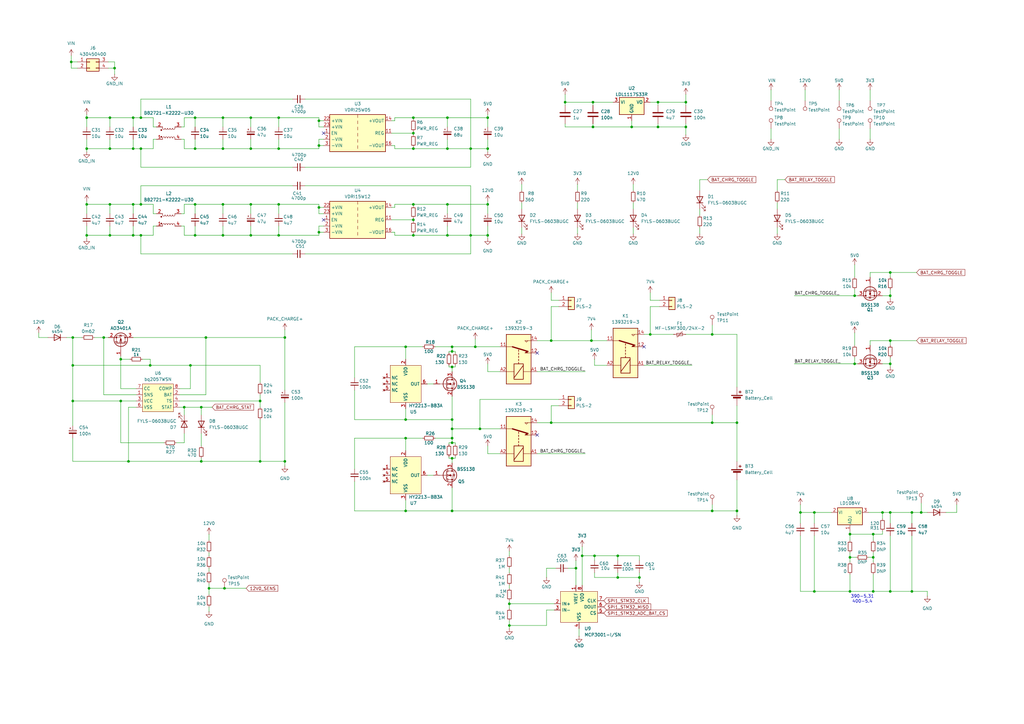
<source format=kicad_sch>
(kicad_sch (version 20231120) (generator "eeschema") (generator_version "8.0")
  (paper "A3")
  (junction (at 91.44 83.82))
  (junction (at 169.545 90.17))
  (junction (at 365.125 139.7))
  (junction (at 238.76 227.965))
  (junction (at 292.1 209.55))
  (junction (at 269.875 52.07))
  (junction (at 169.545 54.61))
  (junction (at 52.705 189.23))
  (junction (at 57.785 48.26))
  (junction (at 253.365 236.855))
  (junction (at 114.3 48.26))
  (junction (at 185.42 187.96))
  (junction (at 45.085 83.82))
  (junction (at 35.56 83.82))
  (junction (at 292.1 173.355))
  (junction (at 80.01 60.96))
  (junction (at 358.14 228.6))
  (junction (at 183.515 48.26))
  (junction (at 130.81 59.69))
  (junction (at 259.08 52.07))
  (junction (at 183.515 96.52))
  (junction (at 185.42 144.145))
  (junction (at 102.87 83.82))
  (junction (at 91.44 48.26))
  (junction (at 266.7 137.16))
  (junction (at 130.81 49.53))
  (junction (at 334.01 210.185))
  (junction (at 377.825 210.185))
  (junction (at 35.56 96.52))
  (junction (at 374.015 242.57))
  (junction (at 200.025 83.82))
  (junction (at 350.52 121.285))
  (junction (at 35.56 48.26))
  (junction (at 42.545 138.43))
  (junction (at 334.01 242.57))
  (junction (at 102.87 48.26))
  (junction (at 57.785 83.82))
  (junction (at 358.14 219.075))
  (junction (at 243.205 41.91))
  (junction (at 54.61 83.82))
  (junction (at 302.26 209.55))
  (junction (at 54.61 48.26))
  (junction (at 116.84 138.43))
  (junction (at 49.53 164.465))
  (junction (at 102.87 60.96))
  (junction (at 84.455 138.43))
  (junction (at 365.125 121.285))
  (junction (at 45.085 60.96))
  (junction (at 29.845 164.465))
  (junction (at 350.52 149.225))
  (junction (at 226.06 173.355))
  (junction (at 169.545 96.52))
  (junction (at 102.87 96.52))
  (junction (at 365.125 111.76))
  (junction (at 185.42 181.61))
  (junction (at 80.01 83.82))
  (junction (at 358.14 242.57))
  (junction (at 200.025 96.52))
  (junction (at 348.615 219.075))
  (junction (at 348.615 228.6))
  (junction (at 185.42 172.085))
  (junction (at 243.205 52.07))
  (junction (at 166.37 179.705))
  (junction (at 82.55 189.23))
  (junction (at 169.545 60.96))
  (junction (at 114.3 60.96))
  (junction (at 57.785 96.52))
  (junction (at 292.1 137.16))
  (junction (at 169.545 48.26))
  (junction (at 194.945 142.24))
  (junction (at 29.845 138.43))
  (junction (at 75.565 167.005))
  (junction (at 226.06 139.7))
  (junction (at 166.37 172.085))
  (junction (at 365.125 242.57))
  (junction (at 45.085 48.26))
  (junction (at 57.785 60.96))
  (junction (at 183.515 83.82))
  (junction (at 361.95 210.185))
  (junction (at 35.56 60.96))
  (junction (at 78.105 149.86))
  (junction (at 253.365 227.965))
  (junction (at 281.305 41.91))
  (junction (at 193.04 96.52))
  (junction (at 29.845 149.86))
  (junction (at 116.84 189.23))
  (junction (at 106.68 164.465))
  (junction (at 348.615 242.57))
  (junction (at 80.01 48.26))
  (junction (at 208.915 247.65))
  (junction (at 61.595 149.86))
  (junction (at 185.42 179.705))
  (junction (at 49.53 147.32))
  (junction (at 169.545 83.82))
  (junction (at 54.61 96.52))
  (junction (at 196.85 175.895))
  (junction (at 365.125 210.185))
  (junction (at 185.42 209.55))
  (junction (at 106.68 189.23))
  (junction (at 91.44 60.96))
  (junction (at 365.125 149.225))
  (junction (at 200.025 48.26))
  (junction (at 262.255 236.855))
  (junction (at 185.42 142.24))
  (junction (at 185.42 175.895))
  (junction (at 166.37 142.24))
  (junction (at 114.3 96.52))
  (junction (at 231.775 41.91))
  (junction (at 46.99 27.94))
  (junction (at 193.04 60.96))
  (junction (at 185.42 150.495))
  (junction (at 208.915 256.54))
  (junction (at 130.81 95.25))
  (junction (at 80.01 96.52))
  (junction (at 82.55 167.005))
  (junction (at 92.075 241.3))
  (junction (at 281.305 52.07))
  (junction (at 200.025 60.96))
  (junction (at 183.515 60.96))
  (junction (at 269.875 41.91))
  (junction (at 54.61 60.96))
  (junction (at 45.085 96.52))
  (junction (at 236.22 233.045))
  (junction (at 302.26 173.355))
  (junction (at 114.3 83.82))
  (junction (at 29.21 25.4))
  (junction (at 130.81 85.09))
  (junction (at 328.295 210.185))
  (junction (at 374.015 210.185))
  (junction (at 166.37 209.55))
  (junction (at 91.44 96.52))
  (junction (at 243.84 227.965))
  (junction (at 85.725 241.3))
  (junction (at 242.57 139.7))
  (no_connect (at 132.715 90.17))
  (no_connect (at 264.16 142.24))
  (no_connect (at 220.345 178.435))
  (no_connect (at 132.715 54.61))
  (no_connect (at 220.345 144.78))
  (wire (pts (xy 193.04 76.2) (xy 125.095 76.2)))
  (wire (pts (xy 35.56 92.71) (xy 35.56 96.52)))
  (wire (pts (xy 259.715 83.185) (xy 259.715 85.725)))
  (wire (pts (xy 316.23 41.275) (xy 316.23 36.83)))
  (wire (pts (xy 161.925 96.52) (xy 161.925 95.25)))
  (wire (pts (xy 200.025 52.07) (xy 200.025 48.26)))
  (wire (pts (xy 80.01 87.63) (xy 80.01 83.82)))
  (wire (pts (xy 253.365 236.855) (xy 262.255 236.855)))
  (wire (pts (xy 208.915 249.555) (xy 208.915 247.65)))
  (wire (pts (xy 29.845 138.43) (xy 33.655 138.43)))
  (wire (pts (xy 166.37 142.24) (xy 166.37 147.32)))
  (wire (pts (xy 200.025 87.63) (xy 200.025 83.82)))
  (wire (pts (xy 358.14 219.075) (xy 358.14 221.615)))
  (wire (pts (xy 183.515 57.15) (xy 183.515 60.96)))
  (wire (pts (xy 184.15 187.96) (xy 185.42 187.96)))
  (wire (pts (xy 161.925 60.96) (xy 161.925 59.69)))
  (wire (pts (xy 325.755 149.225) (xy 350.52 149.225)))
  (wire (pts (xy 80.01 83.82) (xy 91.44 83.82)))
  (wire (pts (xy 46.99 27.94) (xy 46.99 30.48)))
  (wire (pts (xy 334.01 210.185) (xy 334.01 214.63)))
  (wire (pts (xy 42.545 138.43) (xy 42.545 161.925)))
  (wire (pts (xy 350.52 108.585) (xy 350.52 113.665)))
  (wire (pts (xy 358.14 219.075) (xy 361.95 219.075)))
  (wire (pts (xy 116.84 191.135) (xy 116.84 189.23)))
  (wire (pts (xy 213.995 93.345) (xy 213.995 95.885)))
  (wire (pts (xy 392.43 210.185) (xy 392.43 207.01)))
  (wire (pts (xy 227.33 250.19) (xy 224.155 250.19)))
  (wire (pts (xy 224.155 250.19) (xy 224.155 256.54)))
  (wire (pts (xy 361.95 212.725) (xy 361.95 210.185)))
  (wire (pts (xy 54.61 138.43) (xy 84.455 138.43)))
  (wire (pts (xy 262.255 227.965) (xy 253.365 227.965)))
  (wire (pts (xy 365.125 139.7) (xy 375.92 139.7)))
  (wire (pts (xy 166.37 172.085) (xy 185.42 172.085)))
  (wire (pts (xy 185.42 179.705) (xy 178.435 179.705)))
  (wire (pts (xy 106.68 161.925) (xy 106.68 164.465)))
  (wire (pts (xy 114.3 83.82) (xy 130.81 83.82)))
  (wire (pts (xy 328.295 210.185) (xy 334.01 210.185)))
  (wire (pts (xy 166.37 179.705) (xy 166.37 184.785)))
  (wire (pts (xy 292.1 137.16) (xy 302.26 137.16)))
  (wire (pts (xy 130.81 48.26) (xy 130.81 49.53)))
  (wire (pts (xy 316.23 52.705) (xy 316.23 57.15)))
  (wire (pts (xy 242.57 135.255) (xy 242.57 139.7)))
  (wire (pts (xy 62.865 52.07) (xy 64.135 52.07)))
  (wire (pts (xy 57.785 60.96) (xy 57.785 68.58)))
  (wire (pts (xy 374.015 242.57) (xy 380.365 242.57)))
  (wire (pts (xy 116.84 135.255) (xy 116.84 138.43)))
  (wire (pts (xy 365.125 139.7) (xy 365.125 141.605)))
  (wire (pts (xy 350.52 121.285) (xy 350.52 118.745)))
  (wire (pts (xy 166.37 142.24) (xy 173.355 142.24)))
  (wire (pts (xy 266.7 125.73) (xy 270.51 125.73)))
  (wire (pts (xy 361.95 219.075) (xy 361.95 217.805)))
  (wire (pts (xy 358.14 242.57) (xy 365.125 242.57)))
  (wire (pts (xy 208.915 233.045) (xy 208.915 234.95)))
  (wire (pts (xy 266.7 137.16) (xy 266.7 125.73)))
  (wire (pts (xy 114.3 83.82) (xy 114.3 87.63)))
  (wire (pts (xy 166.37 209.55) (xy 185.42 209.55)))
  (wire (pts (xy 361.95 149.225) (xy 365.125 149.225)))
  (wire (pts (xy 269.875 41.91) (xy 281.305 41.91)))
  (wire (pts (xy 377.825 206.375) (xy 377.825 210.185)))
  (wire (pts (xy 75.565 57.15) (xy 75.565 60.96)))
  (wire (pts (xy 348.615 242.57) (xy 334.01 242.57)))
  (wire (pts (xy 91.44 83.82) (xy 102.87 83.82)))
  (wire (pts (xy 169.545 83.82) (xy 183.515 83.82)))
  (wire (pts (xy 183.515 92.71) (xy 183.515 96.52)))
  (wire (pts (xy 356.87 52.705) (xy 356.87 57.15)))
  (wire (pts (xy 200.025 92.71) (xy 200.025 96.52)))
  (wire (pts (xy 186.69 149.86) (xy 186.69 150.495)))
  (wire (pts (xy 237.49 257.81) (xy 237.49 260.985)))
  (wire (pts (xy 196.85 163.83) (xy 196.85 175.895)))
  (wire (pts (xy 106.68 172.085) (xy 106.68 189.23)))
  (wire (pts (xy 236.22 233.045) (xy 236.22 240.03)))
  (wire (pts (xy 184.15 187.325) (xy 184.15 187.96)))
  (wire (pts (xy 208.915 247.65) (xy 227.33 247.65)))
  (wire (pts (xy 348.615 219.075) (xy 358.14 219.075)))
  (wire (pts (xy 49.53 164.465) (xy 55.88 164.465)))
  (wire (pts (xy 348.615 228.6) (xy 348.615 230.505)))
  (wire (pts (xy 185.42 142.24) (xy 194.945 142.24)))
  (wire (pts (xy 132.715 52.07) (xy 130.81 52.07)))
  (wire (pts (xy 292.1 207.01) (xy 292.1 209.55)))
  (wire (pts (xy 205.105 186.055) (xy 200.025 186.055)))
  (wire (pts (xy 80.01 92.71) (xy 80.01 96.52)))
  (wire (pts (xy 356.235 210.185) (xy 361.95 210.185)))
  (wire (pts (xy 243.205 41.91) (xy 243.205 43.18)))
  (wire (pts (xy 185.42 181.61) (xy 186.69 181.61)))
  (wire (pts (xy 91.44 87.63) (xy 91.44 83.82)))
  (wire (pts (xy 125.095 104.14) (xy 193.04 104.14)))
  (wire (pts (xy 84.455 161.925) (xy 84.455 138.43)))
  (wire (pts (xy 75.565 57.15) (xy 74.295 57.15)))
  (wire (pts (xy 29.845 138.43) (xy 29.845 149.86)))
  (wire (pts (xy 130.81 96.52) (xy 130.81 95.25)))
  (wire (pts (xy 45.085 48.26) (xy 54.61 48.26)))
  (wire (pts (xy 75.565 181.61) (xy 72.39 181.61)))
  (wire (pts (xy 184.15 182.245) (xy 184.15 181.61)))
  (wire (pts (xy 242.57 139.7) (xy 248.92 139.7)))
  (wire (pts (xy 330.2 41.275) (xy 330.2 36.83)))
  (wire (pts (xy 161.925 48.26) (xy 161.925 49.53)))
  (wire (pts (xy 208.915 226.06) (xy 208.915 227.965)))
  (wire (pts (xy 318.77 93.345) (xy 318.77 95.885)))
  (wire (pts (xy 243.84 234.95) (xy 243.84 236.855)))
  (wire (pts (xy 75.565 48.26) (xy 80.01 48.26)))
  (wire (pts (xy 35.56 48.26) (xy 45.085 48.26)))
  (wire (pts (xy 365.125 111.76) (xy 375.92 111.76)))
  (wire (pts (xy 106.68 156.845) (xy 106.68 149.86)))
  (wire (pts (xy 166.37 205.105) (xy 166.37 209.55)))
  (wire (pts (xy 259.08 52.07) (xy 259.08 49.53)))
  (wire (pts (xy 243.205 41.91) (xy 251.46 41.91)))
  (wire (pts (xy 52.705 189.23) (xy 29.845 189.23)))
  (wire (pts (xy 287.02 85.725) (xy 287.02 88.265)))
  (wire (pts (xy 226.06 125.73) (xy 226.06 139.7)))
  (wire (pts (xy 374.015 219.71) (xy 374.015 242.57)))
  (wire (pts (xy 292.1 170.18) (xy 292.1 173.355)))
  (wire (pts (xy 55.88 167.005) (xy 52.705 167.005)))
  (wire (pts (xy 186.69 187.325) (xy 186.69 187.96)))
  (wire (pts (xy 62.865 92.71) (xy 62.865 96.52)))
  (wire (pts (xy 356.87 111.76) (xy 356.87 113.665)))
  (wire (pts (xy 62.865 87.63) (xy 64.135 87.63)))
  (wire (pts (xy 166.37 167.64) (xy 166.37 172.085)))
  (wire (pts (xy 208.915 240.03) (xy 208.915 241.3)))
  (wire (pts (xy 220.345 152.4) (xy 240.03 152.4)))
  (wire (pts (xy 231.775 52.07) (xy 243.205 52.07)))
  (wire (pts (xy 132.715 59.69) (xy 130.81 59.69)))
  (wire (pts (xy 31.75 25.4) (xy 29.21 25.4)))
  (wire (pts (xy 262.255 234.95) (xy 262.255 236.855)))
  (wire (pts (xy 224.155 256.54) (xy 208.915 256.54)))
  (wire (pts (xy 365.125 111.76) (xy 365.125 113.665)))
  (wire (pts (xy 62.865 57.15) (xy 64.135 57.15)))
  (wire (pts (xy 175.26 194.945) (xy 177.8 194.945)))
  (wire (pts (xy 183.515 48.26) (xy 183.515 52.07)))
  (wire (pts (xy 302.26 196.85) (xy 302.26 209.55)))
  (wire (pts (xy 208.915 246.38) (xy 208.915 247.65)))
  (wire (pts (xy 161.925 85.09) (xy 160.655 85.09)))
  (wire (pts (xy 185.42 142.24) (xy 185.42 144.145)))
  (wire (pts (xy 169.545 55.245) (xy 169.545 54.61)))
  (wire (pts (xy 229.235 163.83) (xy 196.85 163.83)))
  (wire (pts (xy 169.545 48.26) (xy 169.545 48.895)))
  (wire (pts (xy 85.725 250.825) (xy 85.725 248.92)))
  (wire (pts (xy 91.44 52.07) (xy 91.44 48.26)))
  (wire (pts (xy 185.42 162.56) (xy 185.42 172.085)))
  (wire (pts (xy 145.415 142.24) (xy 166.37 142.24)))
  (wire (pts (xy 35.56 46.99) (xy 35.56 48.26)))
  (wire (pts (xy 229.235 166.37) (xy 226.06 166.37)))
  (wire (pts (xy 380.365 244.475) (xy 380.365 242.57)))
  (wire (pts (xy 220.345 139.7) (xy 226.06 139.7)))
  (wire (pts (xy 114.3 96.52) (xy 130.81 96.52)))
  (wire (pts (xy 75.565 96.52) (xy 80.01 96.52)))
  (wire (pts (xy 365.125 219.71) (xy 365.125 242.57)))
  (wire (pts (xy 57.785 96.52) (xy 57.785 104.14)))
  (wire (pts (xy 185.42 142.24) (xy 178.435 142.24)))
  (wire (pts (xy 318.77 73.66) (xy 321.945 73.66)))
  (wire (pts (xy 292.1 209.55) (xy 302.26 209.55)))
  (wire (pts (xy 75.565 83.82) (xy 80.01 83.82)))
  (wire (pts (xy 80.01 60.96) (xy 91.44 60.96)))
  (wire (pts (xy 302.26 137.16) (xy 302.26 158.75)))
  (wire (pts (xy 102.87 48.26) (xy 114.3 48.26)))
  (wire (pts (xy 365.125 210.185) (xy 374.015 210.185)))
  (wire (pts (xy 35.56 82.55) (xy 35.56 83.82)))
  (wire (pts (xy 45.085 60.96) (xy 54.61 60.96)))
  (wire (pts (xy 344.17 41.275) (xy 344.17 36.83)))
  (wire (pts (xy 130.81 95.25) (xy 130.81 92.71)))
  (wire (pts (xy 102.87 52.07) (xy 102.87 48.26)))
  (wire (pts (xy 54.61 52.07) (xy 54.61 48.26)))
  (wire (pts (xy 387.985 210.185) (xy 392.43 210.185)))
  (wire (pts (xy 226.06 139.7) (xy 242.57 139.7)))
  (wire (pts (xy 264.16 137.16) (xy 266.7 137.16)))
  (wire (pts (xy 62.865 52.07) (xy 62.865 48.26)))
  (wire (pts (xy 340.995 210.185) (xy 334.01 210.185)))
  (wire (pts (xy 185.42 150.495) (xy 186.69 150.495)))
  (wire (pts (xy 42.545 138.43) (xy 44.45 138.43)))
  (wire (pts (xy 102.87 96.52) (xy 114.3 96.52)))
  (wire (pts (xy 67.31 181.61) (xy 49.53 181.61)))
  (wire (pts (xy 185.42 187.96) (xy 186.69 187.96)))
  (wire (pts (xy 169.545 83.82) (xy 169.545 84.455)))
  (wire (pts (xy 35.56 57.15) (xy 35.56 60.96)))
  (wire (pts (xy 361.95 210.185) (xy 365.125 210.185)))
  (wire (pts (xy 85.725 226.695) (xy 85.725 227.965)))
  (wire (pts (xy 75.565 177.8) (xy 75.565 181.61)))
  (wire (pts (xy 231.775 52.07) (xy 231.775 50.8)))
  (wire (pts (xy 57.785 83.82) (xy 57.785 76.2)))
  (wire (pts (xy 160.655 54.61) (xy 169.545 54.61)))
  (wire (pts (xy 356.87 139.7) (xy 356.87 141.605)))
  (wire (pts (xy 130.81 83.82) (xy 130.81 85.09)))
  (wire (pts (xy 145.415 179.705) (xy 166.37 179.705)))
  (wire (pts (xy 224.155 233.045) (xy 224.155 236.855)))
  (wire (pts (xy 348.615 219.075) (xy 348.615 221.615)))
  (wire (pts (xy 287.02 93.345) (xy 287.02 95.885)))
  (wire (pts (xy 238.76 227.965) (xy 243.84 227.965)))
  (wire (pts (xy 184.15 181.61) (xy 185.42 181.61)))
  (wire (pts (xy 161.925 60.96) (xy 169.545 60.96)))
  (wire (pts (xy 184.15 144.78) (xy 184.15 144.145)))
  (wire (pts (xy 75.565 87.63) (xy 75.565 83.82)))
  (wire (pts (xy 80.01 57.15) (xy 80.01 60.96)))
  (wire (pts (xy 169.545 89.535) (xy 169.545 90.17)))
  (wire (pts (xy 114.3 92.71) (xy 114.3 96.52)))
  (wire (pts (xy 318.77 73.66) (xy 318.77 78.105)))
  (wire (pts (xy 49.53 164.465) (xy 49.53 181.61)))
  (wire (pts (xy 49.53 146.05) (xy 49.53 147.32)))
  (wire (pts (xy 62.865 87.63) (xy 62.865 83.82)))
  (wire (pts (xy 281.305 137.16) (xy 292.1 137.16)))
  (wire (pts (xy 38.735 138.43) (xy 42.545 138.43)))
  (wire (pts (xy 281.305 41.91) (xy 281.305 43.18)))
  (wire (pts (xy 169.545 90.805) (xy 169.545 90.17)))
  (wire (pts (xy 62.865 92.71) (xy 64.135 92.71)))
  (wire (pts (xy 55.88 159.385) (xy 49.53 159.385)))
  (wire (pts (xy 54.61 83.82) (xy 57.785 83.82)))
  (wire (pts (xy 35.56 96.52) (xy 45.085 96.52)))
  (wire (pts (xy 220.345 186.055) (xy 240.03 186.055)))
  (wire (pts (xy 183.515 83.82) (xy 200.025 83.82)))
  (wire (pts (xy 226.06 123.19) (xy 229.235 123.19)))
  (wire (pts (xy 145.415 154.94) (xy 145.415 142.24)))
  (wire (pts (xy 184.15 150.495) (xy 185.42 150.495)))
  (wire (pts (xy 75.565 60.96) (xy 80.01 60.96)))
  (wire (pts (xy 231.775 38.735) (xy 231.775 41.91)))
  (wire (pts (xy 15.875 136.525) (xy 15.875 138.43)))
  (wire (pts (xy 73.66 161.925) (xy 84.455 161.925)))
  (wire (pts (xy 281.305 38.735) (xy 281.305 41.91)))
  (wire (pts (xy 161.925 59.69) (xy 160.655 59.69)))
  (wire (pts (xy 185.42 175.895) (xy 185.42 179.705)))
  (wire (pts (xy 200.025 182.88) (xy 200.025 186.055)))
  (wire (pts (xy 236.855 75.565) (xy 236.855 78.105)))
  (wire (pts (xy 106.68 149.86) (xy 78.105 149.86)))
  (wire (pts (xy 365.125 149.225) (xy 365.125 150.495)))
  (wire (pts (xy 193.04 68.58) (xy 193.04 60.96)))
  (wire (pts (xy 102.87 87.63) (xy 102.87 83.82)))
  (wire (pts (xy 269.875 52.07) (xy 269.875 50.8)))
  (wire (pts (xy 75.565 92.71) (xy 75.565 96.52)))
  (wire (pts (xy 85.725 219.075) (xy 85.725 221.615)))
  (wire (pts (xy 169.545 60.96) (xy 183.515 60.96)))
  (wire (pts (xy 231.775 41.91) (xy 243.205 41.91)))
  (wire (pts (xy 54.61 92.71) (xy 54.61 96.52)))
  (wire (pts (xy 161.925 83.82) (xy 161.925 85.09)))
  (wire (pts (xy 169.545 96.52) (xy 183.515 96.52)))
  (wire (pts (xy 73.66 164.465) (xy 106.68 164.465)))
  (wire (pts (xy 348.615 235.585) (xy 348.615 242.57)))
  (wire (pts (xy 344.17 52.705) (xy 344.17 57.15)))
  (wire (pts (xy 351.79 121.285) (xy 350.52 121.285)))
  (wire (pts (xy 358.14 228.6) (xy 358.14 230.505)))
  (wire (pts (xy 185.42 187.96) (xy 185.42 189.865)))
  (wire (pts (xy 130.81 85.09) (xy 132.715 85.09)))
  (wire (pts (xy 125.095 40.64) (xy 193.04 40.64)))
  (wire (pts (xy 253.365 236.855) (xy 253.365 234.95)))
  (wire (pts (xy 61.595 147.32) (xy 61.595 149.86)))
  (wire (pts (xy 102.87 92.71) (xy 102.87 96.52)))
  (wire (pts (xy 185.42 150.495) (xy 185.42 152.4)))
  (wire (pts (xy 328.295 242.57) (xy 334.01 242.57)))
  (wire (pts (xy 132.715 95.25) (xy 130.81 95.25)))
  (wire (pts (xy 287.02 73.66) (xy 290.195 73.66)))
  (wire (pts (xy 145.415 197.485) (xy 145.415 209.55)))
  (wire (pts (xy 194.945 139.065) (xy 194.945 142.24)))
  (wire (pts (xy 57.785 96.52) (xy 62.865 96.52)))
  (wire (pts (xy 229.235 125.73) (xy 226.06 125.73)))
  (wire (pts (xy 57.785 40.64) (xy 120.015 40.64)))
  (wire (pts (xy 269.875 52.07) (xy 281.305 52.07)))
  (wire (pts (xy 185.42 175.895) (xy 196.85 175.895)))
  (wire (pts (xy 356.235 228.6) (xy 358.14 228.6)))
  (wire (pts (xy 194.945 142.24) (xy 205.105 142.24)))
  (wire (pts (xy 106.68 164.465) (xy 106.68 167.005)))
  (wire (pts (xy 54.61 96.52) (xy 57.785 96.52)))
  (wire (pts (xy 328.295 210.185) (xy 328.295 214.63)))
  (wire (pts (xy 35.56 83.82) (xy 45.085 83.82)))
  (wire (pts (xy 200.025 96.52) (xy 200.025 97.79)))
  (wire (pts (xy 91.44 92.71) (xy 91.44 96.52)))
  (wire (pts (xy 185.42 172.085) (xy 185.42 175.895)))
  (wire (pts (xy 91.44 96.52) (xy 102.87 96.52)))
  (wire (pts (xy 130.81 92.71) (xy 132.715 92.71)))
  (wire (pts (xy 266.7 123.19) (xy 266.7 120.015)))
  (wire (pts (xy 45.085 57.15) (xy 45.085 60.96)))
  (wire (pts (xy 348.615 226.695) (xy 348.615 228.6)))
  (wire (pts (xy 213.995 83.185) (xy 213.995 85.725)))
  (wire (pts (xy 374.015 210.185) (xy 377.825 210.185)))
  (wire (pts (xy 281.305 55.245) (xy 281.305 52.07)))
  (wire (pts (xy 175.26 157.48) (xy 177.8 157.48)))
  (wire (pts (xy 169.545 96.52) (xy 169.545 95.885)))
  (wire (pts (xy 193.04 60.96) (xy 200.025 60.96)))
  (wire (pts (xy 102.87 83.82) (xy 114.3 83.82)))
  (wire (pts (xy 166.37 179.705) (xy 173.355 179.705)))
  (wire (pts (xy 243.205 52.07) (xy 259.08 52.07)))
  (wire (pts (xy 35.56 52.07) (xy 35.56 48.26)))
  (wire (pts (xy 358.14 226.695) (xy 358.14 228.6)))
  (wire (pts (xy 29.21 25.4) (xy 29.21 27.94)))
  (wire (pts (xy 54.61 57.15) (xy 54.61 60.96)))
  (wire (pts (xy 264.16 149.86) (xy 283.845 149.86)))
  (wire (pts (xy 130.81 87.63) (xy 130.81 85.09)))
  (wire (pts (xy 132.715 87.63) (xy 130.81 87.63)))
  (wire (pts (xy 161.925 83.82) (xy 169.545 83.82)))
  (wire (pts (xy 253.365 227.965) (xy 243.84 227.965)))
  (wire (pts (xy 161.925 48.26) (xy 169.545 48.26)))
  (wire (pts (xy 236.855 93.345) (xy 236.855 95.885)))
  (wire (pts (xy 361.95 121.285) (xy 365.125 121.285)))
  (wire (pts (xy 208.915 254.635) (xy 208.915 256.54)))
  (wire (pts (xy 78.105 159.385) (xy 78.105 149.86)))
  (wire (pts (xy 91.44 60.96) (xy 102.87 60.96)))
  (wire (pts (xy 75.565 52.07) (xy 75.565 48.26)))
  (wire (pts (xy 302.26 173.355) (xy 302.26 189.23)))
  (wire (pts (xy 130.81 57.15) (xy 132.715 57.15)))
  (wire (pts (xy 57.785 48.26) (xy 57.785 40.64)))
  (wire (pts (xy 161.925 96.52) (xy 169.545 96.52)))
  (wire (pts (xy 31.75 27.94) (xy 29.21 27.94)))
  (wire (pts (xy 42.545 161.925) (xy 55.88 161.925)))
  (wire (pts (xy 243.84 236.855) (xy 253.365 236.855)))
  (wire (pts (xy 27.305 138.43) (xy 29.845 138.43)))
  (wire (pts (xy 145.415 172.085) (xy 166.37 172.085)))
  (wire (pts (xy 82.55 187.96) (xy 82.55 189.23)))
  (wire (pts (xy 193.04 40.64) (xy 193.04 60.96)))
  (wire (pts (xy 102.87 57.15) (xy 102.87 60.96)))
  (wire (pts (xy 200.025 149.225) (xy 200.025 152.4)))
  (wire (pts (xy 200.025 57.15) (xy 200.025 60.96)))
  (wire (pts (xy 186.69 182.245) (xy 186.69 181.61)))
  (wire (pts (xy 75.565 167.005) (xy 82.55 167.005)))
  (wire (pts (xy 57.785 83.82) (xy 62.865 83.82)))
  (wire (pts (xy 84.455 138.43) (xy 116.84 138.43)))
  (wire (pts (xy 193.04 96.52) (xy 193.04 76.2)))
  (wire (pts (xy 350.52 136.525) (xy 350.52 141.605)))
  (wire (pts (xy 57.785 60.96) (xy 62.865 60.96)))
  (wire (pts (xy 377.825 210.185) (xy 380.365 210.185)))
  (wire (pts (xy 54.61 48.26) (xy 57.785 48.26)))
  (wire (pts (xy 169.545 53.975) (xy 169.545 54.61)))
  (wire (pts (xy 227.965 233.045) (xy 224.155 233.045)))
  (wire (pts (xy 348.615 219.075) (xy 348.615 217.805)))
  (wire (pts (xy 183.515 96.52) (xy 193.04 96.52)))
  (wire (pts (xy 281.305 50.8) (xy 281.305 52.07)))
  (wire (pts (xy 116.84 189.23) (xy 106.68 189.23)))
  (wire (pts (xy 29.21 22.86) (xy 29.21 25.4)))
  (wire (pts (xy 193.04 104.14) (xy 193.04 96.52)))
  (wire (pts (xy 54.61 60.96) (xy 57.785 60.96)))
  (wire (pts (xy 169.545 60.96) (xy 169.545 60.325)))
  (wire (pts (xy 236.855 83.185) (xy 236.855 85.725)))
  (wire (pts (xy 236.22 229.87) (xy 236.22 233.045)))
  (wire (pts (xy 238.76 224.155) (xy 238.76 227.965)))
  (wire (pts (xy 213.995 75.565) (xy 213.995 78.105)))
  (wire (pts (xy 328.295 219.71) (xy 328.295 242.57)))
  (wire (pts (xy 44.45 27.94) (xy 46.99 27.94)))
  (wire (pts (xy 130.81 52.07) (xy 130.81 49.53)))
  (wire (pts (xy 45.085 92.71) (xy 45.085 96.52)))
  (wire (pts (xy 82.55 189.23) (xy 52.705 189.23)))
  (wire (pts (xy 183.515 60.96) (xy 193.04 60.96)))
  (wire (pts (xy 287.02 73.66) (xy 287.02 78.105)))
  (wire (pts (xy 351.79 149.225) (xy 350.52 149.225)))
  (wire (pts (xy 205.105 152.4) (xy 200.025 152.4)))
  (wire (pts (xy 44.45 25.4) (xy 46.99 25.4)))
  (wire (pts (xy 226.06 120.015) (xy 226.06 123.19)))
  (wire (pts (xy 82.55 167.005) (xy 86.995 167.005)))
  (wire (pts (xy 92.075 241.3) (xy 100.965 241.3)))
  (wire (pts (xy 45.085 83.82) (xy 54.61 83.82)))
  (wire (pts (xy 266.7 123.19) (xy 270.51 123.19)))
  (wire (pts (xy 350.52 149.225) (xy 350.52 146.685)))
  (wire (pts (xy 85.725 233.045) (xy 85.725 234.315)))
  (wire (pts (xy 130.81 59.69) (xy 130.81 57.15)))
  (wire (pts (xy 269.875 41.91) (xy 269.875 43.18)))
  (wire (pts (xy 102.87 60.96) (xy 114.3 60.96)))
  (wire (pts (xy 374.015 210.185) (xy 374.015 214.63)))
  (wire (pts (xy 243.205 50.8) (xy 243.205 52.07)))
  (wire (pts (xy 193.04 96.52) (xy 200.025 96.52)))
  (wire (pts (xy 365.125 210.185) (xy 365.125 214.63)))
  (wire (pts (xy 200.025 60.96) (xy 200.025 62.23)))
  (wire (pts (xy 116.84 165.1) (xy 116.84 189.23)))
  (wire (pts (xy 196.85 175.895) (xy 205.105 175.895)))
  (wire (pts (xy 35.56 60.96) (xy 45.085 60.96)))
  (wire (pts (xy 49.53 147.32) (xy 49.53 159.385)))
  (wire (pts (xy 82.55 189.23) (xy 106.68 189.23)))
  (wire (pts (xy 238.76 227.965) (xy 238.76 240.03)))
  (wire (pts (xy 145.415 160.02) (xy 145.415 172.085)))
  (wire (pts (xy 160.655 90.17) (xy 169.545 90.17)))
  (wire (pts (xy 35.56 60.96) (xy 35.56 62.23)))
  (wire (pts (xy 54.61 87.63) (xy 54.61 83.82)))
  (wire (pts (xy 358.14 235.585) (xy 358.14 242.57)))
  (wire (pts (xy 243.84 229.87) (xy 243.84 227.965)))
  (wire (pts (xy 356.87 139.7) (xy 365.125 139.7)))
  (wire (pts (xy 262.255 236.855) (xy 262.255 238.76)))
  (wire (pts (xy 183.515 48.26) (xy 200.025 48.26)))
  (wire (pts (xy 365.125 149.225) (xy 365.125 146.685)))
  (wire (pts (xy 91.44 57.15) (xy 91.44 60.96)))
  (wire (pts (xy 348.615 242.57) (xy 358.14 242.57)))
  (wire (pts (xy 53.34 147.32) (xy 49.53 147.32)))
  (wire (pts (xy 185.42 209.55) (xy 292.1 209.55)))
  (wire (pts (xy 57.785 48.26) (xy 62.865 48.26)))
  (wire (pts (xy 58.42 147.32) (xy 61.595 147.32)))
  (wire (pts (xy 365.125 242.57) (xy 374.015 242.57)))
  (wire (pts (xy 75.565 92.71) (xy 74.295 92.71)))
  (wire (pts (xy 220.345 173.355) (xy 226.06 173.355)))
  (wire (pts (xy 200.025 46.99) (xy 200.025 48.26)))
  (wire (pts (xy 334.01 219.71) (xy 334.01 242.57)))
  (wire (pts (xy 292.1 173.355) (xy 302.26 173.355)))
  (wire (pts (xy 266.7 41.91) (xy 269.875 41.91)))
  (wire (pts (xy 82.55 167.005) (xy 82.55 170.18)))
  (wire (pts (xy 243.84 149.86) (xy 243.84 147.32)))
  (wire (pts (xy 57.785 104.14) (xy 120.015 104.14)))
  (wire (pts (xy 75.565 167.005) (xy 75.565 170.18)))
  (wire (pts (xy 325.755 121.285) (xy 350.52 121.285)))
  (wire (pts (xy 186.69 144.78) (xy 186.69 144.145)))
  (wire (pts (xy 184.15 144.145) (xy 185.42 144.145)))
  (wire (pts (xy 52.705 167.005) (xy 52.705 189.23)))
  (wire (pts (xy 248.92 149.86) (xy 243.84 149.86)))
  (wire (pts (xy 161.925 95.25) (xy 160.655 95.25)))
  (wire (pts (xy 266.7 137.16) (xy 276.225 137.16)))
  (wire (pts (xy 125.095 68.58) (xy 193.04 68.58)))
  (wire (pts (xy 185.42 200.025) (xy 185.42 209.55)))
  (wire (pts (xy 169.545 48.26) (xy 183.515 48.26)))
  (wire (pts (xy 318.77 83.185) (xy 318.77 85.725)))
  (wire (pts (xy 57.785 76.2) (xy 120.015 76.2)))
  (wire (pts (xy 226.06 173.355) (xy 292.1 173.355)))
  (wire (pts (xy 45.085 87.63) (xy 45.085 83.82)))
  (wire (pts (xy 35.56 96.52) (xy 35.56 97.79)))
  (wire (pts (xy 365.125 121.285) (xy 365.125 122.555)))
  (wire (pts (xy 116.84 138.43) (xy 116.84 160.02)))
  (wire (pts (xy 91.44 48.26) (xy 102.87 48.26)))
  (wire (pts (xy 80.01 96.52) (xy 91.44 96.52)))
  (wire (pts (xy 85.725 243.84) (xy 85.725 241.3)))
  (wire (pts (xy 356.87 111.76) (xy 365.125 111.76)))
  (wire (pts (xy 208.915 256.54) (xy 208.915 257.81)))
  (wire (pts (xy 114.3 48.26) (xy 130.81 48.26)))
  (wire (pts (xy 259.08 52.07) (xy 269.875 52.07)))
  (wire (pts (xy 29.845 164.465) (xy 49.53 164.465)))
  (wire (pts (xy 184.15 149.86) (xy 184.15 150.495)))
  (wire (pts (xy 75.565 52.07) (xy 74.295 52.07)))
  (wire (pts (xy 130.81 60.96) (xy 130.81 59.69)))
  (wire (pts (xy 302.26 166.37) (xy 302.26 173.355)))
  (wire (pts (xy 85.725 241.3) (xy 85.725 239.395)))
  (wire (pts (xy 292.1 133.35) (xy 292.1 137.16)))
  (wire (pts (xy 80.01 48.26) (xy 91.44 48.26)))
  (wire (pts (xy 80.01 52.07) (xy 80.01 48.26)))
  (wire (pts (xy 161.925 49.53) (xy 160.655 49.53)))
  (wire (pts (xy 15.875 138.43) (xy 19.685 138.43)))
  (wire (pts (xy 46.99 25.4) (xy 46.99 27.94)))
  (wire (pts (xy 253.365 227.965) (xy 253.365 229.87)))
  (wire (pts (xy 114.3 48.26) (xy 114.3 52.07)))
  (wire (pts (xy 259.715 93.345) (xy 259.715 95.885)))
  (wire (pts (xy 145.415 192.405) (xy 145.415 179.705)))
  (wire (pts (xy 29.845 149.86) (xy 29.845 164.465)))
  (wire (pts (xy 114.3 57.15) (xy 114.3 60.96)))
  (wire (pts (xy 185.42 179.705) (xy 185.42 181.61)))
  (wire (pts (xy 75.565 87.63) (xy 74.295 87.63)))
  (wire (pts (xy 82.55 177.8) (xy 82.55 182.88)))
  (wire (pts (xy 29.845 164.465) (xy 29.845 174.625)))
  (wire (pts (xy 200.025 82.55) (xy 200.025 83.82)))
  (wire (pts (xy 114.3 60.96) (xy 130.81 60.96)))
  (wire (pts (xy 231.775 41.91) (xy 231.775 43.18)))
  (wire (pts (xy 145.415 209.55) (xy 166.37 209.55)))
  (wire (pts (xy 183.515 83.82) (xy 183.515 87.63)))
  (wire (pts (xy 365.125 121.285) (xy 365.125 118.745)))
  (wire (pts (xy 29.845 149.86) (xy 61.595 149.86)))
  (wire (pts (xy 62.865 57.15) (xy 62.865 60.96)))
  (wire (pts (xy 57.785 68.58) (xy 120.015 68.58)))
  (wire (pts (xy 73.66 159.385) (xy 78.105 159.385)))
  (wire (pts (xy 35.56 87.63) (xy 35.56 83.82)))
  (wire (pts (xy 302.26 209.55) (xy 302.26 211.455)))
  (wire (pts (xy 61.595 149.86) (xy 78.105 149.86)))
  (wire (pts (xy 348.615 228.6) (xy 351.155 228.6)))
  (wire (pts (xy 45.085 96.52) (xy 54.61 96.52)))
  (wire (pts (xy 262.255 229.87) (xy 262.255 227.965)))
  (wire (pts (xy 233.045 233.045) (xy 236.22 233.045)))
  (wire (pts (xy 85.725 241.3) (xy 92.075 241.3)))
  (wire (pts (xy 130.81 49.53) (xy 132.715 49.53)))
  (wire (pts (xy 356.87 41.275) (xy 356.87 36.83)))
  (wire (pts (xy 226.06 166.37) (xy 226.06 173.355)))
  (wire (pts (xy 185.42 144.145) (xy 186.69 144.145)))
  (wire (pts (xy 259.715 75.565) (xy 259.715 78.105)))
  (wire (pts (xy 29.845 179.705) (xy 29.845 189.23)))
  (wire (pts (xy 328.295 207.01) (xy 328.295 210.185)))
  (wire (pts (xy 73.66 167.005) (xy 75.565 167.005)))
  (wire (pts (xy 45.085 52.07) (xy 45.085 48.26)))
  (text "390-5.31\n400-5.4" (at 353.695 245.745 0) (effects (font (size 1.27 1.27))))
  (label "BAT_RELAY_TOGGLE_" (at 283.845 149.86 180))
  (label "BAT_CHRG_TOGGLE_" (at 325.755 121.285 0))
  (label "BAT_CHRG_TOGGLE_" (at 240.03 152.4 180))
  (label "BAT_CHRG_TOGGLE_" (at 240.03 186.055 180))
  (label "BAT_RELAY_TOGGLE_" (at 325.755 149.225 0))
  (global_label "SPI1_STM32_CLK" (shape input) (at 247.65 246.38 0) (property "Intersheetrefs" "${INTERSHEET_REFS}" (at 266.4798 246.38 0) (effects (justify left))))
  (global_label "BAT_CHRG_STAT" (shape input) (at 86.995 167.005 0) (property "Intersheetrefs" "${INTERSHEET_REFS}" (at 104.6154 167.005 0) (effects (justify left))))
  (global_label "SPI1_STM32_MISO" (shape input) (at 247.65 248.92 0) (property "Intersheetrefs" "${INTERSHEET_REFS}" (at 267.5079 248.92 0) (effects (justify left))))
  (global_label "BAT_CHRG_TOGGLE" (shape input) (at 290.195 73.66 0) (property "Intersheetrefs" "${INTERSHEET_REFS}" (at 310.5973 73.66 0) (effects (justify left))))
  (global_label "BAT_RELAY_TOGGLE" (shape input) (at 321.945 73.66 0) (property "Intersheetrefs" "${INTERSHEET_REFS}" (at 342.8311 73.66 0) (effects (justify left))))
  (global_label "12V0_SENS" (shape input) (at 100.965 241.3 0) (property "Intersheetrefs" "${INTERSHEET_REFS}" (at 114.5334 241.3 0) (effects (justify left))))
  (global_label "BAT_CHRG_TOGGLE" (shape input) (at 375.92 111.76 0) (property "Intersheetrefs" "${INTERSHEET_REFS}" (at 396.3223 111.76 0) (effects (justify left))))
  (global_label "BAT_RELAY_TOGGLE" (shape input) (at 375.92 139.7 0) (property "Intersheetrefs" "${INTERSHEET_REFS}" (at 396.8061 139.7 0) (effects (justify left))))
  (global_label "SPI1_STM32_ADC_BAT_CS" (shape input) (at 247.65 251.46 0) (property "Intersheetrefs" "${INTERSHEET_REFS}" (at 274.2812 251.46 0) (effects (justify left))))
  (symbol (lib_id "power:+5V") (at 350.52 136.525 0) (unit 1)
    (property "Reference" "#PWR073" (effects (hide yes)))
    (property "Value" "5V0" (at 350.52 132.715 0))
    (property "Description" "Power symbol creates a global label with name \"+5V\"" (effects (hide yes)))
  )
  (symbol (lib_id "Connector:TestPoint") (at 292.1 170.18 0) (unit 1)
    (property "Reference" "TP12" (at 285.75 168.275 0) (effects (justify left)))
    (property "Value" "TestPoint" (at 281.94 165.735 0) (effects (justify left)))
    (property "Footprint" "TestPoint:TestPoint_THTPad_D2.0mm_Drill1.0mm" (effects (hide yes)))
    (property "Description" "test point" (effects (hide yes)))
  )
  (symbol (lib_id "Device:C_Small") (at 253.365 232.41 0) (mirror x) (unit 1)
    (property "Reference" "C61" (at 257.4925 231.4575 0))
    (property "Value" "100n" (at 257.4925 233.3625 0))
    (property "Footprint" "Capacitor_SMD:C_0603_1608Metric" (effects (hide yes)))
    (property "Description" "Unpolarized capacitor, small symbol" (effects (hide yes)))
    (property "Мин. кол-во" "300" (effects (hide yes)))
    (property "Ссылка" "https://www.promelec.ru/product/323633/" (effects (hide yes)))
    (property "Цена" "2" (effects (hide yes)))
    (property "Человекопонятное название" "Керамический ЧИП-конденсатор 0603 X7R 0.1мкФ" (effects (hide yes)))
  )
  (symbol (lib_name "TMR-1211_2") (lib_id "Converter_DCDC:TMR-1211") (at 146.685 54.61 0) (unit 1)
    (property "Reference" "U3" (at 146.685 42.545 0))
    (property "Value" "VDRI25W05" (at 146.685 45.085 0))
    (property "Footprint" "user_lib:VDRI25" (effects (hide yes)))
    (property "Datasheet" "https://support.voltbricks.ru/datasheets/VDRI25.pdf?1714207424" (effects (hide yes)))
    (property "Ссылка" "https://voltbricks.nt-rt.ru/price/product/1132916" (effects (hide yes)))
    (property "Цена" "3 947" (effects (hide yes)))
    (property "Человекопонятное название" "DC-DC преобразователи напряжения мощностью 25 Вт" (effects (hide yes)))
    (property "Мин. кол-во" "1" (effects (hide yes)))
  )
  (symbol (lib_id "Device:C_Small") (at 122.555 40.64 270) (unit 1)
    (property "Reference" "C26" (at 120.65 43.815 90) (effects (justify left)))
    (property "Value" "4700p" (at 119.38 45.72 90) (effects (justify left)))
    (property "Footprint" "Capacitor_SMD:C_1206_3216Metric" (effects (hide yes)))
    (property "Description" "Unpolarized capacitor, small symbol" (effects (hide yes)))
    (property "Мин. кол-во" "200" (effects (hide yes)))
    (property "Ссылка" "https://www.promelec.ru/product/127179/" (effects (hide yes)))
    (property "Цена" "3" (effects (hide yes)))
    (property "Человекопонятное название" "Керамический ЧИП-конденсатор 1206 X7R 4700пФ" (effects (hide yes)))
  )
  (symbol (lib_id "Device:C") (at 269.875 46.99 0) (unit 1)
    (property "Reference" "C29" (at 273.05 45.72 0) (effects (justify left)))
    (property "Value" "4u7" (at 273.05 48.26 0) (effects (justify left)))
    (property "Footprint" "Capacitor_SMD:C_0603_1608Metric" (effects (hide yes)))
    (property "Ссылка" "https://www.promelec.ru/product/315964/" (effects (hide yes)))
    (property "Цена" "4" (effects (hide yes)))
    (property "Человекопонятное название" "Керамический ЧИП-конденсатор 0603 X5R 4.7мкФ" (effects (hide yes)))
    (property "Мин. кол-во" "200" (effects (hide yes)))
  )
  (symbol (lib_id "Device:Battery_Cell") (at 302.26 194.31 0) (unit 1)
    (property "Reference" "BT3" (at 305.435 191.1984 0) (effects (justify left)))
    (property "Value" "Battery_Cell" (at 305.435 193.7384 0) (effects (justify left)))
    (property "Footprint" "user_lib:bat_18350" (effects (hide yes)))
    (property "Description" "Single-cell battery" (effects (hide yes)))
  )
  (symbol (lib_id "power:GND") (at 287.02 95.885 0) (unit 1)
    (property "Reference" "#PWR062" (effects (hide yes)))
    (property "Value" "GND" (at 287.02 99.695 0))
  )
  (symbol (lib_id "user_lib:bq2057WSN") (at 64.77 163.195 0) (unit 1)
    (property "Reference" "U6" (at 64.77 153.035 0))
    (property "Value" "bq2057WSN" (at 64.77 155.575 0))
    (property "Footprint" "Package_SO:SOIC-8_3.9x4.9mm_P1.27mm" (effects (hide yes)))
    (property "Datasheet" "https://static.chipdip.ru/lib/280/DOC012280628.pdf" (effects (hide yes)))
    (property "Мин. кол-во" "1" (effects (hide yes)))
    (property "Ссылка" "https://www.chipdip.ru/product0/8002949902" (effects (hide yes)))
    (property "Цена" "1230" (effects (hide yes)))
    (property "Человекопонятное название" "Драйвер батарейного питания" (effects (hide yes)))
  )
  (symbol (lib_id "Device:R_Small") (at 186.69 147.32 0) (unit 1)
    (property "Reference" "R23" (at 187.96 146.05 0) (effects (justify left)))
    (property "Value" "130" (at 187.96 148.59 0) (effects (justify left)))
    (property "Footprint" "Resistor_SMD:R_2512_6332Metric" (effects (hide yes)))
    (property "Description" "Resistor, small symbol" (effects (hide yes)))
    (property "Ссылка" "https://www.promelec.ru/product/57521/" (effects (hide yes)))
    (property "Мин. кол-во" "200" (effects (hide yes)))
    (property "Цена" "4" (effects (hide yes)))
    (property "Человекопонятное название" "Толстопленочный ЧИП-резистор 2512 130Ом" (effects (hide yes)))
  )
  (symbol (lib_id "Device:D") (at 23.495 138.43 180) (unit 1)
    (property "Reference" "D6" (at 23.495 133.985 0))
    (property "Value" "ss54" (at 23.495 135.89 0))
    (property "Footprint" "Diode_SMD:D_SMC" (effects (hide yes)))
    (property "Description" "Diode" (effects (hide yes)))
    (property "Sim.Device" "D" (effects (hide yes)))
    (property "Sim.Pins" "1=K 2=A" (effects (hide yes)))
    (property "Мин. кол-во" "1" (effects (hide yes)))
    (property "Ссылка" "https://www.promelec.ru/product/535278/" (effects (hide yes)))
    (property "Цена" "6" (effects (hide yes)))
    (property "Человекопонятное название" "Диод Шоттки 40V 5А" (effects (hide yes)))
  )
  (symbol (lib_id "Device:C_Small") (at 54.61 54.61 0) (unit 1)
    (property "Reference" "C33" (at 56.515 53.34 0) (effects (justify left)))
    (property "Value" "10u" (at 56.515 55.88 0) (effects (justify left)))
    (property "Footprint" "Capacitor_SMD:C_1210_3225Metric" (effects (hide yes)))
    (property "Description" "Unpolarized capacitor, small symbol" (effects (hide yes)))
    (property "Мин. кол-во" "19" (effects (hide yes)))
    (property "Ссылка" "https://www.promelec.ru/product/343475/" (effects (hide yes)))
    (property "Цена" "27" (effects (hide yes)))
    (property "Человекопонятное название" "Керамический ЧИП-конденсатор 1210 X7S 10мкФ" (effects (hide yes)))
  )
  (symbol (lib_id "Device:R_Small") (at 85.725 230.505 180) (unit 1)
    (property "Reference" "R36" (at 84.455 231.775 0) (effects (justify left)))
    (property "Value" "10k" (at 84.455 229.235 0) (effects (justify left)))
    (property "Footprint" "Resistor_SMD:R_0603_1608Metric" (effects (hide yes)))
    (property "Ссылка" "https://www.promelec.ru/product/344748/" (effects (hide yes)))
    (property "Цена" "1" (effects (hide yes)))
    (property "Человекопонятное название" "Толстопленочный ЧИП-резистор 0603 10кОм" (effects (hide yes)))
    (property "Мин. кол-во" "1000" (effects (hide yes)))
  )
  (symbol (lib_id "power:+1V0") (at 226.06 120.015 0) (unit 1)
    (property "Reference" "#PWR067" (effects (hide yes)))
    (property "Value" "PACK_CHARGE+" (at 226.06 115.57 0))
    (property "Description" "Power symbol creates a global label with name \"+1V0\"" (effects (hide yes)))
  )
  (symbol (lib_id "Regulator_Linear:LD1117S33TR_SOT223") (at 259.08 41.91 0) (unit 1)
    (property "Reference" "U2" (at 259.08 36.195 0))
    (property "Value" "LDL1117S33R" (at 259.08 38.735 0))
    (property "Footprint" "Package_TO_SOT_SMD:SOT-223-3_TabPin2" (effects (hide yes)))
    (property "Datasheet" "http://www.st.com/st-web-ui/static/active/en/resource/technical/document/datasheet/CD00000544.pdf" (effects (hide yes)))
    (property "Ссылка" "https://www.promelec.ru/product/429209/" (effects (hide yes)))
    (property "Цена" "21" (effects (hide yes)))
    (property "Человекопонятное название" "Линейный стабилизатор с низким падением напряжения положительной полярности" (effects (hide yes)))
    (property "Мин. кол-во" "24" (effects (hide yes)))
  )
  (symbol (lib_id "power:GND") (at 208.915 257.81 0) (unit 1)
    (property "Reference" "#PWR091" (effects (hide yes)))
    (property "Value" "GND" (at 208.915 261.62 0))
  )
  (symbol (lib_id "power:GND") (at 46.99 30.48 0) (unit 1)
    (property "Reference" "#PWR039" (effects (hide yes)))
    (property "Value" "GND_IN" (at 46.99 34.29 0))
    (property "Description" "Power symbol creates a global label with name \"GND\" , ground" (effects (hide yes)))
  )
  (symbol (lib_id "Relay:Relay_SPDT") (at 212.725 180.975 270) (mirror x) (unit 1)
    (property "Reference" "K3" (at 212.725 165.735 90))
    (property "Value" "1393219-3" (at 212.725 168.275 90))
    (property "Footprint" "user_lib:1393219-3" (effects (hide yes)))
    (property "Datasheet" "https://www.promelec.ru/fs/sources/8d/9f/bd/db/6ff86c025ca1d2ea4097fa8d.pdf" (effects (hide yes)))
    (property "Description" "Monostable Relay SPDT, EN50005" (effects (hide yes)))
    (property "Мин. кол-во" "2" (effects (hide yes)))
    (property "Ссылка" "https://www.promelec.ru/product/320571/" (effects (hide yes)))
    (property "Цена" "280" (effects (hide yes)))
    (property "Человекопонятное название" "Силовое реле" (effects (hide yes)))
  )
  (symbol (lib_id "Device:R_Small") (at 85.725 246.38 180) (unit 1)
    (property "Reference" "R43" (at 84.455 247.65 0) (effects (justify left)))
    (property "Value" "10k" (at 84.455 245.11 0) (effects (justify left)))
    (property "Footprint" "Resistor_SMD:R_0603_1608Metric" (effects (hide yes)))
    (property "Ссылка" "https://www.promelec.ru/product/344748/" (effects (hide yes)))
    (property "Цена" "1" (effects (hide yes)))
    (property "Человекопонятное название" "Толстопленочный ЧИП-резистор 0603 10кОм" (effects (hide yes)))
    (property "Мин. кол-во" "1000" (effects (hide yes)))
  )
  (symbol (lib_id "Device:C_Small") (at 122.555 68.58 90) (unit 1)
    (property "Reference" "C40" (at 124.46 65.405 90) (effects (justify left)))
    (property "Value" "4700p" (at 125.73 63.5 90) (effects (justify left)))
    (property "Footprint" "Capacitor_SMD:C_1206_3216Metric" (effects (hide yes)))
    (property "Description" "Unpolarized capacitor, small symbol" (effects (hide yes)))
    (property "Мин. кол-во" "200" (effects (hide yes)))
    (property "Ссылка" "https://www.promelec.ru/product/127179/" (effects (hide yes)))
    (property "Цена" "3" (effects (hide yes)))
    (property "Человекопонятное название" "Керамический ЧИП-конденсатор 1206 X7R 4700пФ" (effects (hide yes)))
  )
  (symbol (lib_id "Device:C_Small") (at 80.01 54.61 0) (unit 1)
    (property "Reference" "C34" (at 81.915 53.34 0) (effects (justify left)))
    (property "Value" "10u" (at 81.915 55.88 0) (effects (justify left)))
    (property "Footprint" "Capacitor_SMD:C_1210_3225Metric" (effects (hide yes)))
    (property "Description" "Unpolarized capacitor, small symbol" (effects (hide yes)))
    (property "Мин. кол-во" "19" (effects (hide yes)))
    (property "Ссылка" "https://www.promelec.ru/product/343475/" (effects (hide yes)))
    (property "Цена" "27" (effects (hide yes)))
    (property "Человекопонятное название" "Керамический ЧИП-конденсатор 1210 X7S 10мкФ" (effects (hide yes)))
  )
  (symbol (lib_id "Device:R_Small") (at 184.15 147.32 180) (unit 1)
    (property "Reference" "R22" (at 182.88 146.05 0) (effects (justify left)))
    (property "Value" "130" (at 182.245 148.59 0) (effects (justify left)))
    (property "Footprint" "Resistor_SMD:R_2512_6332Metric" (effects (hide yes)))
    (property "Description" "Resistor, small symbol" (effects (hide yes)))
    (property "Ссылка" "https://www.promelec.ru/product/57521/" (effects (hide yes)))
    (property "Мин. кол-во" "200" (effects (hide yes)))
    (property "Цена" "4" (effects (hide yes)))
    (property "Человекопонятное название" "Толстопленочный ЧИП-резистор 2512 130Ом" (effects (hide yes)))
  )
  (symbol (lib_id "Device:L_Coupled") (at 69.215 90.17 0) (mirror x) (unit 1)
    (property "Reference" "L2" (at 69.215 79.375 0))
    (property "Value" "B82721-K2222-U30" (at 69.215 81.915 0))
    (property "Footprint" "user_lib:B82721-K2222-U30" (effects (hide yes)))
    (property "Ссылка" "https://www.chipdip.ru/product/b82721-k2222-u30-2x1000" (effects (hide yes)))
    (property "Цена" "380" (effects (hide yes)))
    (property "Человекопонятное название" "Дроссель подавления ЭМП" (effects (hide yes)))
    (property "Мин. кол-во" "1" (effects (hide yes)))
  )
  (symbol (lib_id "Device:LED") (at 318.77 89.535 90) (unit 1)
    (property "Reference" "D5" (at 321.945 88.265 90) (effects (justify right)))
    (property "Value" "FYLS-0603BUGC" (at 321.945 90.805 90) (effects (justify right)))
    (property "Footprint" "user_lib:LED_0603_1608Metric" (effects (hide yes)))
    (property "Description" "Light emitting diode" (effects (hide yes)))
    (property "Мин. кол-во" "3" (effects (hide yes)))
    (property "Ссылка" "https://www.promelec.ru/product/324327/" (effects (hide yes)))
    (property "Цена" "5" (effects (hide yes)))
    (property "Человекопонятное название" "Светодиод smd 1,6х0,8мм/зеленый/568нм/65мкд/прозрачный/130°" (effects (hide yes)))
  )
  (symbol (lib_id "Connector_Generic:Conn_01x02") (at 275.59 123.19 0) (unit 1)
    (property "Reference" "J8" (at 277.495 123.19 0) (effects (justify left)))
    (property "Value" "PLS-2" (at 277.495 125.73 0) (effects (justify left)))
    (property "Footprint" "Connector_PinHeader_2.54mm:PinHeader_1x02_P2.54mm_Vertical" (effects (hide yes)))
    (property "Description" "Generic connector, single row, 01x02, script generated (kicad-library-utils/schlib/autogen/connector/)" (effects (hide yes)))
  )
  (symbol (lib_id "Device:C_Small") (at 91.44 54.61 0) (unit 1)
    (property "Reference" "C35" (at 93.345 53.34 0) (effects (justify left)))
    (property "Value" "10u" (at 93.345 55.88 0) (effects (justify left)))
    (property "Footprint" "Capacitor_SMD:C_1210_3225Metric" (effects (hide yes)))
    (property "Description" "Unpolarized capacitor, small symbol" (effects (hide yes)))
    (property "Мин. кол-во" "19" (effects (hide yes)))
    (property "Ссылка" "https://www.promelec.ru/product/343475/" (effects (hide yes)))
    (property "Цена" "27" (effects (hide yes)))
    (property "Человекопонятное название" "Керамический ЧИП-конденсатор 1210 X7S 10мкФ" (effects (hide yes)))
  )
  (symbol (lib_id "Device:R_Small") (at 365.125 116.205 180) (unit 1)
    (property "Reference" "R16" (at 363.855 117.475 0) (effects (justify left)))
    (property "Value" "10k" (at 363.855 114.935 0) (effects (justify left)))
    (property "Footprint" "Resistor_SMD:R_0603_1608Metric" (effects (hide yes)))
    (property "Ссылка" "https://www.promelec.ru/product/344748/" (effects (hide yes)))
    (property "Цена" "1" (effects (hide yes)))
    (property "Человекопонятное название" "Толстопленочный ЧИП-резистор 0603 10кОм" (effects (hide yes)))
    (property "Мин. кол-во" "1000" (effects (hide yes)))
  )
  (symbol (lib_id "Device:C_Polarized_Small") (at 183.515 54.61 0) (unit 1)
    (property "Reference" "C38" (at 186.055 52.7938 0) (effects (justify left)))
    (property "Value" "68u" (at 186.055 55.3338 0) (effects (justify left)))
    (property "Footprint" "Capacitor_THT:CP_Radial_D10.0mm_P5.00mm" (effects (hide yes)))
    (property "Description" "Polarized capacitor, small symbol" (effects (hide yes)))
    (property "Мин. кол-во" "2" (effects (hide yes)))
    (property "Ссылка" "https://www.promelec.ru/product/125292/" (effects (hide yes)))
    (property "Цена" "5" (effects (hide yes)))
    (property "Человекопонятное название" "Конденсатор алюминиевый электролитический 68мкФ 63В" (effects (hide yes)))
  )
  (symbol (lib_id "power:+12V") (at 259.715 75.565 0) (unit 1)
    (property "Reference" "#PWR056" (effects (hide yes)))
    (property "Value" "12V0" (at 259.715 71.12 0))
    (property "Description" "Power symbol creates a global label with name \"+12V\"" (effects (hide yes)))
  )
  (symbol (lib_id "Device:R_Small") (at 353.695 228.6 270) (mirror x) (unit 1)
    (property "Reference" "R35" (at 353.695 226.695 90))
    (property "Value" "DNP" (at 353.695 230.505 90))
    (property "Footprint" "Resistor_SMD:R_0603_1608Metric" (effects (hide yes)))
    (property "Description" "Resistor, small symbol" (effects (hide yes)))
    (property "Цена" "1" (effects (hide yes)))
  )
  (symbol (lib_id "Device:C_Small") (at 45.085 54.61 0) (unit 1)
    (property "Reference" "C32" (at 46.99 53.34 0) (effects (justify left)))
    (property "Value" "10u" (at 46.99 55.88 0) (effects (justify left)))
    (property "Footprint" "Capacitor_SMD:C_1210_3225Metric" (effects (hide yes)))
    (property "Description" "Unpolarized capacitor, small symbol" (effects (hide yes)))
    (property "Мин. кол-во" "19" (effects (hide yes)))
    (property "Ссылка" "https://www.promelec.ru/product/343475/" (effects (hide yes)))
    (property "Цена" "27" (effects (hide yes)))
    (property "Человекопонятное название" "Керамический ЧИП-конденсатор 1210 X7S 10мкФ" (effects (hide yes)))
  )
  (symbol (lib_id "power:GND") (at 356.87 57.15 0) (unit 1)
    (property "Reference" "#PWR051" (effects (hide yes)))
    (property "Value" "GND" (at 356.87 60.96 0))
  )
  (symbol (lib_id "Device:C_Small") (at 230.505 233.045 90) (unit 1)
    (property "Reference" "C63" (at 230.505 227.965 90))
    (property "Value" "100n" (at 230.505 229.87 90))
    (property "Footprint" "Capacitor_SMD:C_0603_1608Metric" (effects (hide yes)))
    (property "Description" "Unpolarized capacitor, small symbol" (effects (hide yes)))
    (property "Мин. кол-во" "300" (effects (hide yes)))
    (property "Ссылка" "https://www.promelec.ru/product/323633/" (effects (hide yes)))
    (property "Цена" "2" (effects (hide yes)))
    (property "Человекопонятное название" "Керамический ЧИП-конденсатор 0603 X7R 0.1мкФ" (effects (hide yes)))
  )
  (symbol (lib_id "Relay:Relay_SPDT") (at 212.725 147.32 270) (mirror x) (unit 1)
    (property "Reference" "K2" (at 212.725 132.08 90))
    (property "Value" "1393219-3" (at 212.725 134.62 90))
    (property "Footprint" "user_lib:1393219-3" (effects (hide yes)))
    (property "Datasheet" "https://www.promelec.ru/fs/sources/8d/9f/bd/db/6ff86c025ca1d2ea4097fa8d.pdf" (effects (hide yes)))
    (property "Description" "Monostable Relay SPDT, EN50005" (effects (hide yes)))
    (property "Мин. кол-во" "2" (effects (hide yes)))
    (property "Ссылка" "https://www.promelec.ru/product/320571/" (effects (hide yes)))
    (property "Цена" "280" (effects (hide yes)))
    (property "Человекопонятное название" "Силовое реле" (effects (hide yes)))
  )
  (symbol (lib_id "Device:C") (at 231.775 46.99 0) (unit 1)
    (property "Reference" "C27" (at 234.95 45.72 0) (effects (justify left)))
    (property "Value" "1u" (at 234.95 48.26 0) (effects (justify left)))
    (property "Footprint" "Capacitor_SMD:C_0603_1608Metric" (effects (hide yes)))
    (property "Ссылка" "https://www.promelec.ru/product/334556/" (effects (hide yes)))
    (property "Цена" "1" (effects (hide yes)))
    (property "Человекопонятное название" "Керамический ЧИП-конденсатор 0603 X7R 1мкФ" (effects (hide yes)))
    (property "Мин. кол-во" "200" (effects (hide yes)))
  )
  (symbol (lib_id "Connector_Generic:Conn_01x02") (at 234.315 123.19 0) (unit 1)
    (property "Reference" "J7" (at 236.22 123.19 0) (effects (justify left)))
    (property "Value" "PLS-2" (at 236.22 125.73 0) (effects (justify left)))
    (property "Footprint" "Connector_PinHeader_2.54mm:PinHeader_1x02_P2.54mm_Vertical" (effects (hide yes)))
    (property "Description" "Generic connector, single row, 01x02, script generated (kicad-library-utils/schlib/autogen/connector/)" (effects (hide yes)))
  )
  (symbol (lib_id "power:+1V0") (at 116.84 135.255 0) (unit 1)
    (property "Reference" "#PWR070" (effects (hide yes)))
    (property "Value" "PACK_CHARGE+" (at 116.84 130.81 0))
    (property "Description" "Power symbol creates a global label with name \"+1V0\"" (effects (hide yes)))
  )
  (symbol (lib_id "Device:C_Small") (at 114.3 90.17 0) (unit 1)
    (property "Reference" "C48" (at 116.205 88.9 0) (effects (justify left)))
    (property "Value" "4u7" (at 116.205 91.44 0) (effects (justify left)))
    (property "Footprint" "Capacitor_SMD:C_1210_3225Metric" (effects (hide yes)))
    (property "Description" "Unpolarized capacitor, small symbol" (effects (hide yes)))
    (property "Мин. кол-во" "17" (effects (hide yes)))
    (property "Ссылка" "https://www.promelec.ru/product/384583/" (effects (hide yes)))
    (property "Цена" "29" (effects (hide yes)))
    (property "Человекопонятное название" "Керамический ЧИП-конденсатор 1210 X7S 4.7мкФ" (effects (hide yes)))
  )
  (symbol (lib_id "power:+12V") (at 15.875 136.525 0) (unit 1)
    (property "Reference" "#PWR072" (effects (hide yes)))
    (property "Value" "12V0" (at 15.875 132.08 0))
    (property "Description" "Power symbol creates a global label with name \"+12V\"" (effects (hide yes)))
  )
  (symbol (lib_id "power:GND") (at 318.77 95.885 0) (unit 1)
    (property "Reference" "#PWR063" (effects (hide yes)))
    (property "Value" "GND" (at 318.77 99.695 0))
  )
  (symbol (lib_id "Device:R_Small") (at 213.995 80.645 180) (unit 1)
    (property "Reference" "R8" (at 217.805 79.375 0))
    (property "Value" "360" (at 217.17 81.915 0))
    (property "Footprint" "Resistor_SMD:R_0603_1608Metric" (effects (hide yes)))
    (property "Description" "Resistor, small symbol" (effects (hide yes)))
    (property "Мин. кол-во" "100" (effects (hide yes)))
    (property "Ссылка" "https://www.promelec.ru/product/46471/" (effects (hide yes)))
    (property "Цена" "1" (effects (hide yes)))
    (property "Человекопонятное название" "Толстопленочный ЧИП-резистор 0603 360Ом" (effects (hide yes)))
  )
  (symbol (lib_id "Device:R_Small") (at 208.915 230.505 0) (mirror x) (unit 1)
    (property "Reference" "R37" (at 205.105 229.87 0))
    (property "Value" "1M" (at 205.74 232.41 0))
    (property "Footprint" "Resistor_SMD:R_0603_1608Metric" (effects (hide yes)))
    (property "Description" "Resistor, small symbol" (effects (hide yes)))
    (property "Мин. кол-во" "100" (effects (hide yes)))
    (property "Ссылка" "https://www.promelec.ru/product/22010/" (effects (hide yes)))
    (property "Цена" "1" (effects (hide yes)))
    (property "Человекопонятное название" "Толстопленочный ЧИП-резистор 0603 1МОм" (effects (hide yes)))
  )
  (symbol (lib_id "Device:C_Small") (at 145.415 194.945 0) (unit 1)
    (property "Reference" "C55" (at 147.32 193.675 0) (effects (justify left)))
    (property "Value" "100n" (at 147.32 196.215 0) (effects (justify left)))
    (property "Footprint" "Capacitor_SMD:C_0603_1608Metric" (effects (hide yes)))
    (property "Description" "Unpolarized capacitor, small symbol" (effects (hide yes)))
    (property "Мин. кол-во" "300" (effects (hide yes)))
    (property "Ссылка" "https://www.promelec.ru/product/323633/" (effects (hide yes)))
    (property "Цена" "2" (effects (hide yes)))
    (property "Человекопонятное название" "Керамический ЧИП-конденсатор 0603 X7R 0.1мкФ" (effects (hide yes)))
  )
  (symbol (lib_id "Device:LED") (at 213.995 89.535 90) (unit 1)
    (property "Reference" "D2" (at 217.17 88.265 90) (effects (justify right)))
    (property "Value" "FYLS-0603BUGC" (at 217.17 90.805 90) (effects (justify right)))
    (property "Footprint" "user_lib:LED_0603_1608Metric" (effects (hide yes)))
    (property "Description" "Light emitting diode" (effects (hide yes)))
    (property "Мин. кол-во" "3" (effects (hide yes)))
    (property "Ссылка" "https://www.promelec.ru/product/324327/" (effects (hide yes)))
    (property "Цена" "5" (effects (hide yes)))
    (property "Человекопонятное название" "Светодиод smd 1,6х0,8мм/зеленый/568нм/65мкд/прозрачный/130°" (effects (hide yes)))
  )
  (symbol (lib_id "power:+5V") (at 200.025 182.88 0) (unit 1)
    (property "Reference" "#PWR078" (effects (hide yes)))
    (property "Value" "5V0" (at 200.025 179.07 0))
    (property "Description" "Power symbol creates a global label with name \"+5V\"" (effects (hide yes)))
  )
  (symbol (lib_id "Device:LED") (at 287.02 81.915 90) (unit 1)
    (property "Reference" "D1" (at 290.195 80.645 90) (effects (justify right)))
    (property "Value" "FYLS-0603BUGC" (at 290.195 83.185 90) (effects (justify right)))
    (property "Footprint" "user_lib:LED_0603_1608Metric" (effects (hide yes)))
    (property "Description" "Light emitting diode" (effects (hide yes)))
    (property "Мин. кол-во" "3" (effects (hide yes)))
    (property "Ссылка" "https://www.promelec.ru/product/324327/" (effects (hide yes)))
    (property "Цена" "5" (effects (hide yes)))
    (property "Человекопонятное название" "Светодиод smd 1,6х0,8мм/зеленый/568нм/65мкд/прозрачный/130°" (effects (hide yes)))
  )
  (symbol (lib_id "power:GND") (at 116.84 191.135 0) (unit 1)
    (property "Reference" "#PWR079" (effects (hide yes)))
    (property "Value" "GND" (at 116.84 196.215 0))
    (property "Description" "Power symbol creates a global label with name \"GND\" , ground" (effects (hide yes)))
  )
  (symbol (lib_id "Transistor_FET:BSS84") (at 49.53 140.97 270) (mirror x) (unit 1)
    (property "Reference" "Q2" (at 49.53 132.08 90))
    (property "Value" "AO3401A" (at 49.53 134.62 90))
    (property "Footprint" "Package_TO_SOT_SMD:SOT-23" (effects (hide yes)))
    (property "Description" "-0.13A Id, -50V Vds, P-Channel MOSFET, SOT-23" (effects (hide yes)))
    (property "Мин. кол-во" "2" (effects (hide yes)))
    (property "Ссылка" "https://www.promelec.ru/product/517727/" (effects (hide yes)))
    (property "Цена" "5" (effects (hide yes)))
    (property "Человекопонятное название" "Транзистор полевой P-канальный" (effects (hide yes)))
  )
  (symbol (lib_id "Device:C_Small") (at 80.01 90.17 0) (unit 1)
    (property "Reference" "C45" (at 81.915 88.9 0) (effects (justify left)))
    (property "Value" "4u7" (at 81.915 91.44 0) (effects (justify left)))
    (property "Footprint" "Capacitor_SMD:C_1210_3225Metric" (effects (hide yes)))
    (property "Description" "Unpolarized capacitor, small symbol" (effects (hide yes)))
    (property "Мин. кол-во" "17" (effects (hide yes)))
    (property "Ссылка" "https://www.promelec.ru/product/384583/" (effects (hide yes)))
    (property "Цена" "29" (effects (hide yes)))
    (property "Человекопонятное название" "Керамический ЧИП-конденсатор 1210 X7S 4.7мкФ" (effects (hide yes)))
  )
  (symbol (lib_id "Device:C_Small") (at 114.3 54.61 0) (unit 1)
    (property "Reference" "C37" (at 116.205 53.34 0) (effects (justify left)))
    (property "Value" "10u" (at 116.205 55.88 0) (effects (justify left)))
    (property "Footprint" "Capacitor_SMD:C_1210_3225Metric" (effects (hide yes)))
    (property "Description" "Unpolarized capacitor, small symbol" (effects (hide yes)))
    (property "Мин. кол-во" "19" (effects (hide yes)))
    (property "Ссылка" "https://www.promelec.ru/product/343475/" (effects (hide yes)))
    (property "Цена" "27" (effects (hide yes)))
    (property "Человекопонятное название" "Керамический ЧИП-конденсатор 1210 X7S 10мкФ" (effects (hide yes)))
  )
  (symbol (lib_id "power:GND") (at 85.725 250.825 0) (unit 1)
    (property "Reference" "#PWR090" (effects (hide yes)))
    (property "Value" "GND" (at 85.725 255.905 0))
    (property "Description" "Power symbol creates a global label with name \"GND\" , ground" (effects (hide yes)))
  )
  (symbol (lib_id "Connector:TestPoint") (at 92.075 241.3 0) (mirror y) (unit 1)
    (property "Reference" "TP15" (at 98.425 239.395 0) (effects (justify left)))
    (property "Value" "TestPoint" (at 102.235 236.855 0) (effects (justify left)))
    (property "Footprint" "TestPoint:TestPoint_THTPad_D2.0mm_Drill1.0mm" (effects (hide yes)))
    (property "Description" "test point" (effects (hide yes)))
  )
  (symbol (lib_id "power:GND") (at 302.26 211.455 0) (unit 1)
    (property "Reference" "#PWR082" (effects (hide yes)))
    (property "Value" "GND" (at 302.26 216.535 0))
    (property "Description" "Power symbol creates a global label with name \"GND\" , ground" (effects (hide yes)))
  )
  (symbol (lib_id "power:GND") (at 365.125 122.555 0) (unit 1)
    (property "Reference" "#PWR069" (effects (hide yes)))
    (property "Value" "GND" (at 365.125 126.365 0))
  )
  (symbol (lib_id "Device:LED") (at 82.55 173.99 90) (unit 1)
    (property "Reference" "D8" (at 85.725 172.72 90) (effects (justify right)))
    (property "Value" "FYLS-0603BUGC" (at 85.725 175.26 90) (effects (justify right)))
    (property "Footprint" "user_lib:LED_0603_1608Metric" (effects (hide yes)))
    (property "Description" "Light emitting diode" (effects (hide yes)))
    (property "Мин. кол-во" "3" (effects (hide yes)))
    (property "Ссылка" "https://www.promelec.ru/product/324327/" (effects (hide yes)))
    (property "Цена" "5" (effects (hide yes)))
    (property "Человекопонятное название" "Светодиод smd 1,6х0,8мм/зеленый/568нм/65мкд/прозрачный/130°" (effects (hide yes)))
  )
  (symbol (lib_id "Device:C_Small") (at 262.255 232.41 0) (mirror x) (unit 1)
    (property "Reference" "C62" (at 264.4775 231.4575 0) (effects (justify left)))
    (property "Value" "1u" (at 266.065 233.045 0) (effects (justify left)))
    (property "Footprint" "Capacitor_SMD:C_0603_1608Metric" (effects (hide yes)))
    (property "Description" "Unpolarized capacitor, small symbol" (effects (hide yes)))
    (property "Ссылка" "https://www.promelec.ru/product/334556/" (effects (hide yes)))
    (property "Цена" "1" (effects (hide yes)))
    (property "Человекопонятное название" "Керамический ЧИП-конденсатор 0603 X7R 1мкФ" (effects (hide yes)))
    (property "Мин. кол-во" "200" (effects (hide yes)))
  )
  (symbol (lib_id "Device:R_Small") (at 175.895 142.24 90) (unit 1)
    (property "Reference" "R18" (at 178.435 140.335 90) (effects (justify left)))
    (property "Value" "100" (at 177.8 144.145 90) (effects (justify left)))
    (property "Footprint" "Resistor_SMD:R_0603_1608Metric" (effects (hide yes)))
    (property "Description" "Resistor, small symbol" (effects (hide yes)))
    (property "Мин. кол-во" "100" (effects (hide yes)))
    (property "Ссылка" "https://www.promelec.ru/product/57782/" (effects (hide yes)))
    (property "Цена" "1" (effects (hide yes)))
    (property "Человекопонятное название" "Толстопленочный ЧИП-резистор 0603 100Ом" (effects (hide yes)))
  )
  (symbol (lib_id "Device:C_Small") (at 45.085 90.17 0) (unit 1)
    (property "Reference" "C43" (at 46.99 88.9 0) (effects (justify left)))
    (property "Value" "4u7" (at 46.99 91.44 0) (effects (justify left)))
    (property "Footprint" "Capacitor_SMD:C_1210_3225Metric" (effects (hide yes)))
    (property "Description" "Unpolarized capacitor, small symbol" (effects (hide yes)))
    (property "Мин. кол-во" "17" (effects (hide yes)))
    (property "Ссылка" "https://www.promelec.ru/product/384583/" (effects (hide yes)))
    (property "Цена" "29" (effects (hide yes)))
    (property "Человекопонятное название" "Керамический ЧИП-конденсатор 1210 X7S 4.7мкФ" (effects (hide yes)))
  )
  (symbol (lib_id "Connector:TestPoint") (at 330.2 41.275 180) (unit 1)
    (property "Reference" "TP5" (at 335.28 42.545 0) (effects (justify left)))
    (property "Value" "TestPoint" (at 340.36 45.085 0) (effects (justify left)))
    (property "Footprint" "TestPoint:TestPoint_THTPad_D2.0mm_Drill1.0mm" (effects (hide yes)))
    (property "Description" "test point" (effects (hide yes)))
  )
  (symbol (lib_id "power:+12V") (at 330.2 36.83 0) (unit 1)
    (property "Reference" "#PWR041" (effects (hide yes)))
    (property "Value" "12V0" (at 327.66 33.02 0) (effects (justify left)))
    (property "Description" "Power symbol creates a global label with name \"+12V\"" (effects (hide yes)))
  )
  (symbol (lib_id "Device:C_Small") (at 145.415 157.48 0) (unit 1)
    (property "Reference" "C52" (at 147.32 156.21 0) (effects (justify left)))
    (property "Value" "100n" (at 147.32 158.75 0) (effects (justify left)))
    (property "Footprint" "Capacitor_SMD:C_0603_1608Metric" (effects (hide yes)))
    (property "Description" "Unpolarized capacitor, small symbol" (effects (hide yes)))
    (property "Мин. кол-во" "300" (effects (hide yes)))
    (property "Ссылка" "https://www.promelec.ru/product/323633/" (effects (hide yes)))
    (property "Цена" "2" (effects (hide yes)))
    (property "Человекопонятное название" "Керамический ЧИП-конденсатор 0603 X7R 0.1мкФ" (effects (hide yes)))
  )
  (symbol (lib_id "power:GND") (at 35.56 62.23 0) (unit 1)
    (property "Reference" "#PWR052" (effects (hide yes)))
    (property "Value" "GND_IN" (at 35.56 66.04 0))
    (property "Description" "Power symbol creates a global label with name \"GND\" , ground" (effects (hide yes)))
  )
  (symbol (lib_id "Connector:TestPoint") (at 356.87 41.275 180) (unit 1)
    (property "Reference" "TP7" (at 363.22 43.18 0) (effects (justify left)))
    (property "Value" "TestPoint" (at 367.03 45.72 0) (effects (justify left)))
    (property "Footprint" "TestPoint:TestPoint_THTPad_D2.0mm_Drill1.0mm" (effects (hide yes)))
    (property "Description" "test point" (effects (hide yes)))
  )
  (symbol (lib_id "power:+1V0") (at 208.915 226.06 0) (unit 1)
    (property "Reference" "#PWR085" (effects (hide yes)))
    (property "Value" "7V4" (at 208.915 221.615 0))
    (property "Description" "Power symbol creates a global label with name \"+1V0\"" (effects (hide yes)))
  )
  (symbol (lib_id "Device:R_Small") (at 259.715 80.645 0) (unit 1)
    (property "Reference" "R10" (at 260.985 79.375 0) (effects (justify left)))
    (property "Value" "470" (at 260.985 81.915 0) (effects (justify left)))
    (property "Footprint" "Resistor_SMD:R_0603_1608Metric" (effects (hide yes)))
    (property "Description" "Resistor, small symbol" (effects (hide yes)))
    (property "Мин. кол-во" "100" (effects (hide yes)))
    (property "Ссылка" "https://www.promelec.ru/product/109567/" (effects (hide yes)))
    (property "Цена" "1" (effects (hide yes)))
    (property "Человекопонятное название" "Толстопленочный ЧИП-резистор 0603 470Ом" (effects (hide yes)))
  )
  (symbol (lib_id "Device:C_Small") (at 35.56 54.61 0) (unit 1)
    (property "Reference" "C31" (at 37.465 53.34 0) (effects (justify left)))
    (property "Value" "10u" (at 37.465 55.88 0) (effects (justify left)))
    (property "Footprint" "Capacitor_SMD:C_1210_3225Metric" (effects (hide yes)))
    (property "Description" "Unpolarized capacitor, small symbol" (effects (hide yes)))
    (property "Мин. кол-во" "19" (effects (hide yes)))
    (property "Ссылка" "https://www.promelec.ru/product/343475/" (effects (hide yes)))
    (property "Цена" "27" (effects (hide yes)))
    (property "Человекопонятное название" "Керамический ЧИП-конденсатор 1210 X7S 10мкФ" (effects (hide yes)))
  )
  (symbol (lib_id "Device:C_Small") (at 54.61 90.17 0) (unit 1)
    (property "Reference" "C44" (at 56.515 88.9 0) (effects (justify left)))
    (property "Value" "4u7" (at 56.515 91.44 0) (effects (justify left)))
    (property "Footprint" "Capacitor_SMD:C_1210_3225Metric" (effects (hide yes)))
    (property "Description" "Unpolarized capacitor, small symbol" (effects (hide yes)))
    (property "Мин. кол-во" "17" (effects (hide yes)))
    (property "Ссылка" "https://www.promelec.ru/product/384583/" (effects (hide yes)))
    (property "Цена" "29" (effects (hide yes)))
    (property "Человекопонятное название" "Керамический ЧИП-конденсатор 1210 X7S 4.7мкФ" (effects (hide yes)))
  )
  (symbol (lib_id "Connector:TestPoint") (at 316.23 41.275 180) (unit 1)
    (property "Reference" "TP4" (at 321.31 42.545 0) (effects (justify left)))
    (property "Value" "TestPoint" (at 326.39 45.085 0) (effects (justify left)))
    (property "Footprint" "TestPoint:TestPoint_THTPad_D2.0mm_Drill1.0mm" (effects (hide yes)))
    (property "Description" "test point" (effects (hide yes)))
  )
  (symbol (lib_id "power:VAA") (at 35.56 82.55 0) (unit 1)
    (property "Reference" "#PWR057" (effects (hide yes)))
    (property "Value" "VIN" (at 35.56 77.47 0))
    (property "Description" "Power symbol creates a global label with name \"VAA\"" (effects (hide yes)))
  )
  (symbol (lib_id "Device:C_Small") (at 365.125 217.17 0) (unit 1)
    (property "Reference" "C58" (at 376.555 215.9 0) (effects (justify left)))
    (property "Value" "10u" (at 367.665 218.44 0) (effects (justify left)))
    (property "Footprint" "Capacitor_SMD:C_0603_1608Metric" (effects (hide yes)))
    (property "Description" "Unpolarized capacitor, small symbol" (effects (hide yes)))
    (property "Мин. кол-во" "200" (effects (hide yes)))
    (property "Ссылка" "https://www.promelec.ru/product/430347/" (effects (hide yes)))
    (property "Цена" "4" (effects (hide yes)))
    (property "Человекопонятное название" "Керамический ЧИП-конденсатор 0603 X5R 10мкФ" (effects (hide yes)))
  )
  (symbol (lib_id "Device:C_Small") (at 35.56 90.17 0) (unit 1)
    (property "Reference" "C42" (at 37.465 88.9 0) (effects (justify left)))
    (property "Value" "4u7" (at 37.465 91.44 0) (effects (justify left)))
    (property "Footprint" "Capacitor_SMD:C_1210_3225Metric" (effects (hide yes)))
    (property "Description" "Unpolarized capacitor, small symbol" (effects (hide yes)))
    (property "Мин. кол-во" "17" (effects (hide yes)))
    (property "Ссылка" "https://www.promelec.ru/product/384583/" (effects (hide yes)))
    (property "Цена" "29" (effects (hide yes)))
    (property "Человекопонятное название" "Керамический ЧИП-конденсатор 1210 X7S 4.7мкФ" (effects (hide yes)))
  )
  (symbol (lib_id "Device:C_Polarized_Small") (at 102.87 90.17 0) (unit 1)
    (property "Reference" "C47" (at 105.41 88.3538 0) (effects (justify left)))
    (property "Value" "47u" (at 105.41 90.8938 0) (effects (justify left)))
    (property "Footprint" "Capacitor_THT:CP_Radial_D10.0mm_P5.00mm" (effects (hide yes)))
    (property "Description" "Polarized capacitor, small symbol" (effects (hide yes)))
    (property "Мин. кол-во" "10" (effects (hide yes)))
    (property "Ссылка" "https://www.promelec.ru/product/601218/" (effects (hide yes)))
    (property "Цена" "52" (effects (hide yes)))
    (property "Человекопонятное название" "конденсатор алюминиевый электролитический 47мкф 100в" (effects (hide yes)))
  )
  (symbol (lib_id "Device:R_Small") (at 85.725 224.155 180) (unit 1)
    (property "Reference" "R32" (at 84.455 225.425 0) (effects (justify left)))
    (property "Value" "10k" (at 84.455 222.885 0) (effects (justify left)))
    (property "Footprint" "Resistor_SMD:R_0603_1608Metric" (effects (hide yes)))
    (property "Ссылка" "https://www.promelec.ru/product/344748/" (effects (hide yes)))
    (property "Цена" "1" (effects (hide yes)))
    (property "Человекопонятное название" "Толстопленочный ЧИП-резистор 0603 10кОм" (effects (hide yes)))
    (property "Мин. кол-во" "1000" (effects (hide yes)))
  )
  (symbol (lib_id "Device:LED") (at 259.715 89.535 90) (unit 1)
    (property "Reference" "D4" (at 262.89 88.265 90) (effects (justify right)))
    (property "Value" "FYLS-0603BUGC" (at 262.89 90.805 90) (effects (justify right)))
    (property "Footprint" "user_lib:LED_0603_1608Metric" (effects (hide yes)))
    (property "Description" "Light emitting diode" (effects (hide yes)))
    (property "Мин. кол-во" "3" (effects (hide yes)))
    (property "Ссылка" "https://www.promelec.ru/product/324327/" (effects (hide yes)))
    (property "Цена" "5" (effects (hide yes)))
    (property "Человекопонятное название" "Светодиод smd 1,6х0,8мм/зеленый/568нм/65мкд/прозрачный/130°" (effects (hide yes)))
  )
  (symbol (lib_id "power:GND") (at 213.995 95.885 0) (unit 1)
    (property "Reference" "#PWR059" (effects (hide yes)))
    (property "Value" "GND" (at 213.995 99.695 0))
  )
  (symbol (lib_id "user_lib:MCP3001-I/SN") (at 237.49 248.92 0) (unit 1)
    (property "Reference" "U9" (at 239.6841 257.81 0) (effects (justify left)))
    (property "Value" "MCP3001-I/SN" (at 239.6841 260.35 0) (effects (justify left)))
    (property "Footprint" "Package_SO:SOIC-8_3.9x4.9mm_P1.27mm" (effects (hide yes)))
    (property "Мин. кол-во" "1" (effects (hide yes)))
    (property "Ссылка" "https://www.energoflot.ru/item/MCP3001-ISN" (effects (hide yes)))
    (property "Цена" "285" (effects (hide yes)))
    (property "Человекопонятное название" "10-ти разрядный АЦП" (effects (hide yes)))
  )
  (symbol (lib_id "power:+1V0") (at 328.295 207.01 0) (unit 1)
    (property "Reference" "#PWR080" (effects (hide yes)))
    (property "Value" "7V4" (at 328.295 202.565 0))
    (property "Description" "Power symbol creates a global label with name \"+1V0\"" (effects (hide yes)))
  )
  (symbol (lib_id "user_lib:HY2213") (at 166.37 194.945 0) (unit 1)
    (property "Reference" "U7" (at 169.545 206.375 0))
    (property "Value" "HY2213-BB3A" (at 174.625 203.835 0))
    (property "Footprint" "Package_TO_SOT_SMD:SOT-23-6" (effects (hide yes)))
    (property "Мин. кол-во" "34" (effects (hide yes)))
    (property "Ссылка" "https://www.promelec.ru/product/567920/" (effects (hide yes)))
    (property "Цена" "15" (effects (hide yes)))
    (property "Человекопонятное название" "Контроллер-балансировщик Литий-ионной/Литий-полимерной батареи" (effects (hide yes)))
  )
  (symbol (lib_id "Device:C_Polarized_Small") (at 102.87 54.61 0) (unit 1)
    (property "Reference" "C36" (at 105.41 52.7938 0) (effects (justify left)))
    (property "Value" "47u" (at 105.41 55.3338 0) (effects (justify left)))
    (property "Footprint" "Capacitor_THT:CP_Radial_D10.0mm_P5.00mm" (effects (hide yes)))
    (property "Description" "Polarized capacitor, small symbol" (effects (hide yes)))
    (property "Мин. кол-во" "10" (effects (hide yes)))
    (property "Ссылка" "https://www.promelec.ru/product/601218/" (effects (hide yes)))
    (property "Цена" "52" (effects (hide yes)))
    (property "Человекопонятное название" "конденсатор алюминиевый электролитический 47мкф 100в" (effects (hide yes)))
  )
  (symbol (lib_id "power:+5V") (at 350.52 108.585 0) (unit 1)
    (property "Reference" "#PWR066" (effects (hide yes)))
    (property "Value" "5V0" (at 350.52 104.775 0))
    (property "Description" "Power symbol creates a global label with name \"+5V\"" (effects (hide yes)))
  )
  (symbol (lib_id "power:+5V") (at 236.22 229.87 0) (unit 1)
    (property "Reference" "#PWR086" (effects (hide yes)))
    (property "Value" "3V3" (at 236.22 225.425 0))
    (property "Description" "Power symbol creates a global label with name \"+5V\"" (effects (hide yes)))
  )
  (symbol (lib_id "Connector_Generic:Conn_02x02_Odd_Even") (at 36.83 25.4 0) (unit 1)
    (property "Reference" "J6" (at 38.1 19.685 0))
    (property "Value" "430450400" (at 38.1 22.225 0))
    (property "Footprint" "user_lib:430450400" (effects (hide yes)))
    (property "Description" "Generic connector, double row, 02x02, odd/even pin numbering scheme (row 1 odd numbers, row 2 even numbers), script generated (kicad-library-utils/schlib/autogen/connector/)" (effects (hide yes)))
    (property "Мин. кол-во" "8" (effects (hide yes)))
    (property "Ссылка" "https://www.promelec.ru/product/347522/" (effects (hide yes)))
    (property "Цена" "64" (effects (hide yes)))
    (property "Человекопонятное название" "Разъем типа провод-плата, 3 мм, 4 контакт(-ов)" (effects (hide yes)))
  )
  (symbol (lib_id "Device:C_Small") (at 328.295 217.17 0) (unit 1)
    (property "Reference" "C56" (at 321.945 215.9 0) (effects (justify left)))
    (property "Value" "4u7" (at 321.945 218.44 0) (effects (justify left)))
    (property "Footprint" "Capacitor_SMD:C_0603_1608Metric" (effects (hide yes)))
    (property "Description" "Unpolarized capacitor, small symbol" (effects (hide yes)))
    (property "Ссылка" "https://www.promelec.ru/product/315964/" (effects (hide yes)))
    (property "Цена" "4" (effects (hide yes)))
    (property "Человекопонятное название" "Керамический ЧИП-конденсатор 0603 X5R 4.7мкФ" (effects (hide yes)))
    (property "Мин. кол-во" "200" (effects (hide yes)))
  )
  (symbol (lib_id "Device:C") (at 243.205 46.99 0) (unit 1)
    (property "Reference" "C28" (at 246.38 45.72 0) (effects (justify left)))
    (property "Value" "100n" (at 246.38 48.26 0) (effects (justify left)))
    (property "Footprint" "Capacitor_SMD:C_0603_1608Metric" (effects (hide yes)))
    (property "Ссылка" "https://www.promelec.ru/product/323633/" (effects (hide yes)))
    (property "Цена" "2" (effects (hide yes)))
    (property "Человекопонятное название" "Керамический ЧИП-конденсатор 0603 X7R 0.1мкФ" (effects (hide yes)))
    (property "Мин. кол-во" "300" (effects (hide yes)))
  )
  (symbol (lib_id "Device:R_Small") (at 287.02 90.805 0) (unit 1)
    (property "Reference" "R13" (at 288.29 89.535 0) (effects (justify left)))
    (property "Value" "220" (at 288.29 92.0749 0) (effects (justify left)))
    (property "Footprint" "Resistor_SMD:R_0603_1608Metric" (effects (hide yes)))
    (property "Description" "Resistor, small symbol" (effects (hide yes)))
    (property "Мин. кол-во" "100" (effects (hide yes)))
    (property "Ссылка" "https://www.promelec.ru/product/46446/" (effects (hide yes)))
    (property "Цена" "1" (effects (hide yes)))
    (property "Человекопонятное название" "Толстопленочный ЧИП-резистор 0603 220Ом" (effects (hide yes)))
  )
  (symbol (lib_id "power:GND") (at 35.56 97.79 0) (unit 1)
    (property "Reference" "#PWR064" (effects (hide yes)))
    (property "Value" "GND_IN" (at 35.56 101.6 0))
    (property "Description" "Power symbol creates a global label with name \"GND\" , ground" (effects (hide yes)))
  )
  (symbol (lib_id "Device:R_Small") (at 348.615 233.045 0) (mirror y) (unit 1)
    (property "Reference" "R38" (at 347.345 231.775 0) (effects (justify left)))
    (property "Value" "0" (at 347.345 234.315 0) (effects (justify left)))
    (property "Footprint" "Resistor_SMD:R_0603_1608Metric" (effects (hide yes)))
    (property "Description" "Resistor, small symbol" (effects (hide yes)))
    (property "Мин. кол-во" "100" (effects (hide yes)))
    (property "Ссылка" "https://www.promelec.ru/product/15311/" (effects (hide yes)))
    (property "Цена" "1" (effects (hide yes)))
    (property "Человекопонятное название" "Толстопленочный ЧИП-резистор 0603 390Ом" (effects (hide yes)))
  )
  (symbol (lib_id "power:+5V") (at 231.775 38.735 0) (unit 1)
    (property "Reference" "#PWR044" (effects (hide yes)))
    (property "Value" "5V0" (at 231.775 34.29 0))
    (property "Description" "Power symbol creates a global label with name \"+5V\"" (effects (hide yes)))
  )
  (symbol (lib_id "power:+1V0") (at 242.57 135.255 0) (unit 1)
    (property "Reference" "#PWR071" (effects (hide yes)))
    (property "Value" "7V4" (at 242.57 130.81 0))
    (property "Description" "Power symbol creates a global label with name \"+1V0\"" (effects (hide yes)))
  )
  (symbol (lib_id "Device:R_Small") (at 318.77 80.645 0) (unit 1)
    (property "Reference" "R11" (at 320.04 79.375 0) (effects (justify left)))
    (property "Value" "220" (at 320.04 81.9149 0) (effects (justify left)))
    (property "Footprint" "Resistor_SMD:R_0603_1608Metric" (effects (hide yes)))
    (property "Description" "Resistor, small symbol" (effects (hide yes)))
    (property "Мин. кол-во" "100" (effects (hide yes)))
    (property "Ссылка" "https://www.promelec.ru/product/46446/" (effects (hide yes)))
    (property "Цена" "1" (effects (hide yes)))
    (property "Человекопонятное название" "Толстопленочный ЧИП-резистор 0603 220Ом" (effects (hide yes)))
  )
  (symbol (lib_id "Device:R_Small") (at 36.195 138.43 90) (unit 1)
    (property "Reference" "R17" (at 36.195 133.35 90))
    (property "Value" "0m62" (at 36.195 135.89 90))
    (property "Footprint" "Resistor_SMD:R_2512_6332Metric" (effects (hide yes)))
    (property "Description" "Resistor, small symbol" (effects (hide yes)))
    (property "Мин. кол-во" "100" (effects (hide yes)))
    (property "Ссылка" "https://www.promelec.ru/product/23443/" (effects (hide yes)))
    (property "Цена" "1" (effects (hide yes)))
    (property "Человекопонятное название" "Толстопленочный ЧИП-резистор 2512 0.62Ом" (effects (hide yes)))
  )
  (symbol (lib_name "TMR-1211_2") (lib_id "Converter_DCDC:TMR-1211") (at 146.685 90.17 0) (unit 1)
    (property "Reference" "U4" (at 146.685 78.105 0))
    (property "Value" "VDRI15W12" (at 146.685 80.645 0))
    (property "Footprint" "user_lib:VDRI25" (effects (hide yes)))
    (property "Datasheet" "https://support.voltbricks.ru/datasheets/VDRI25.pdf?1714207424" (effects (hide yes)))
    (property "Ссылка" "https://voltbricks.nt-rt.ru/price/product/1132885" (effects (hide yes)))
    (property "Цена" "3 045" (effects (hide yes)))
    (property "Человекопонятное название" "DC-DC преобразователи напряжения мощностью 15 Вт" (effects (hide yes)))
    (property "Мин. кол-во" "1" (effects (hide yes)))
  )
  (symbol (lib_id "Device:L_Coupled") (at 69.215 54.61 0) (mirror x) (unit 1)
    (property "Reference" "L1" (at 69.215 43.815 0))
    (property "Value" "B82721-K2222-U30" (at 69.215 46.355 0))
    (property "Footprint" "user_lib:B82721-K2222-U30" (effects (hide yes)))
    (property "Ссылка" "https://www.chipdip.ru/product/b82721-k2222-u30-2x1000" (effects (hide yes)))
    (property "Цена" "380" (effects (hide yes)))
    (property "Человекопонятное название" "Дроссель подавления ЭМП" (effects (hide yes)))
    (property "Мин. кол-во" "1" (effects (hide yes)))
  )
  (symbol (lib_id "power:VAA") (at 29.21 22.86 0) (unit 1)
    (property "Reference" "#PWR038" (effects (hide yes)))
    (property "Value" "VIN" (at 29.21 17.78 0))
    (property "Description" "Power symbol creates a global label with name \"VAA\"" (effects (hide yes)))
  )
  (symbol (lib_id "Device:R_Small") (at 169.545 86.995 0) (unit 1)
    (property "Reference" "R12" (at 170.815 85.725 0) (effects (justify left)))
    (property "Value" "PWR_REG" (at 170.815 88.265 0) (effects (justify left)))
    (property "Footprint" "Resistor_SMD:R_0603_1608Metric" (effects (hide yes)))
    (property "Description" "Resistor, small symbol" (effects (hide yes)))
  )
  (symbol (lib_id "power:VAA") (at 316.23 36.83 0) (unit 1)
    (property "Reference" "#PWR040" (effects (hide yes)))
    (property "Value" "VIN" (at 314.96 33.02 0) (effects (justify left)))
    (property "Description" "Power symbol creates a global label with name \"VAA\"" (effects (hide yes)))
  )
  (symbol (lib_id "Connector:TestPoint") (at 377.825 206.375 0) (unit 1)
    (property "Reference" "TP13" (at 371.475 204.47 0) (effects (justify left)))
    (property "Value" "TestPoint" (at 367.665 201.93 0) (effects (justify left)))
    (property "Footprint" "TestPoint:TestPoint_THTPad_D2.0mm_Drill1.0mm" (effects (hide yes)))
    (property "Description" "test point" (effects (hide yes)))
  )
  (symbol (lib_id "Connector:TestPoint") (at 292.1 133.35 0) (unit 1)
    (property "Reference" "TP11" (at 294.005 131.445 0) (effects (justify left)))
    (property "Value" "TestPoint" (at 294.005 128.905 0) (effects (justify left)))
    (property "Footprint" "TestPoint:TestPoint_THTPad_D2.0mm_Drill1.0mm" (effects (hide yes)))
    (property "Description" "test point" (effects (hide yes)))
  )
  (symbol (lib_id "power:+5V") (at 344.17 36.83 0) (unit 1)
    (property "Reference" "#PWR042" (effects (hide yes)))
    (property "Value" "5V0" (at 342.265 33.02 0) (effects (justify left)))
    (property "Description" "Power symbol creates a global label with name \"+5V\"" (effects (hide yes)))
  )
  (symbol (lib_id "Relay:Relay_SPDT") (at 256.54 144.78 270) (mirror x) (unit 1)
    (property "Reference" "K1" (at 256.54 129.54 90))
    (property "Value" "1393219-3" (at 256.54 132.08 90))
    (property "Footprint" "user_lib:1393219-3" (effects (hide yes)))
    (property "Datasheet" "https://www.promelec.ru/fs/sources/8d/9f/bd/db/6ff86c025ca1d2ea4097fa8d.pdf" (effects (hide yes)))
    (property "Description" "Monostable Relay SPDT, EN50005" (effects (hide yes)))
    (property "Мин. кол-во" "2" (effects (hide yes)))
    (property "Ссылка" "https://www.promelec.ru/product/320571/" (effects (hide yes)))
    (property "Цена" "280" (effects (hide yes)))
    (property "Человекопонятное название" "Силовое реле" (effects (hide yes)))
  )
  (symbol (lib_id "Transistor_FET:BSS138") (at 356.87 118.745 90) (mirror x) (unit 1)
    (property "Reference" "Q1" (at 356.87 127 90))
    (property "Value" "BSS138" (at 356.87 125.095 90))
    (property "Footprint" "Package_TO_SOT_SMD:SOT-23" (effects (hide yes)))
    (property "Datasheet" "https://www.onsemi.com/pub/Collateral/BSS138-D.PDF" (effects (hide yes)))
    (property "Ссылка" "https://www.promelec.ru/product/303635/" (effects (hide yes)))
    (property "Цена" "14" (effects (hide yes)))
    (property "Человекопонятное название" "Транзистор полевой N-канальный" (effects (hide yes)))
    (property "Мин. кол-во" "38" (effects (hide yes)))
  )
  (symbol (lib_id "power:GND") (at 262.255 238.76 0) (unit 1)
    (property "Reference" "#PWR088" (effects (hide yes)))
    (property "Value" "GND" (at 262.255 242.57 0))
  )
  (symbol (lib_id "power:+5V") (at 392.43 207.01 0) (unit 1)
    (property "Reference" "#PWR081" (effects (hide yes)))
    (property "Value" "5V0" (at 392.43 202.565 0))
    (property "Description" "Power symbol creates a global label with name \"+5V\"" (effects (hide yes)))
  )
  (symbol (lib_id "Device:R_Small") (at 208.915 237.49 0) (mirror x) (unit 1)
    (property "Reference" "R41" (at 205.105 236.855 0))
    (property "Value" "1M" (at 205.74 239.395 0))
    (property "Footprint" "Resistor_SMD:R_0603_1608Metric" (effects (hide yes)))
    (property "Description" "Resistor, small symbol" (effects (hide yes)))
    (property "Мин. кол-во" "100" (effects (hide yes)))
    (property "Ссылка" "https://www.promelec.ru/product/22010/" (effects (hide yes)))
    (property "Цена" "1" (effects (hide yes)))
    (property "Человекопонятное название" "Толстопленочный ЧИП-резистор 0603 1МОм" (effects (hide yes)))
  )
  (symbol (lib_id "Device:LED") (at 236.855 89.535 90) (unit 1)
    (property "Reference" "D3" (at 240.03 88.265 90) (effects (justify right)))
    (property "Value" "FYLS-0603BUGC" (at 240.03 90.805 90) (effects (justify right)))
    (property "Footprint" "user_lib:LED_0603_1608Metric" (effects (hide yes)))
    (property "Description" "Light emitting diode" (effects (hide yes)))
    (property "Мин. кол-во" "3" (effects (hide yes)))
    (property "Ссылка" "https://www.promelec.ru/product/324327/" (effects (hide yes)))
    (property "Цена" "5" (effects (hide yes)))
    (property "Человекопонятное название" "Светодиод smd 1,6х0,8мм/зеленый/568нм/65мкд/прозрачный/130°" (effects (hide yes)))
  )
  (symbol (lib_id "Connector:TestPoint") (at 316.23 52.705 0) (unit 1)
    (property "Reference" "TP8" (at 317.5 48.26 0) (effects (justify left)))
    (property "Value" "TestPoint" (at 317.5 50.8 0) (effects (justify left)))
    (property "Footprint" "TestPoint:TestPoint_THTPad_D2.0mm_Drill1.0mm" (effects (hide yes)))
    (property "Description" "test point" (effects (hide yes)))
  )
  (symbol (lib_id "power:+1V0") (at 194.945 139.065 0) (unit 1)
    (property "Reference" "#PWR074" (effects (hide yes)))
    (property "Value" "PACK_CHARGE+" (at 194.945 134.62 0))
    (property "Description" "Power symbol creates a global label with name \"+1V0\"" (effects (hide yes)))
  )
  (symbol (lib_id "Device:C_Polarized_Small") (at 116.84 162.56 0) (unit 1)
    (property "Reference" "C53" (at 119.38 160.7438 0) (effects (justify left)))
    (property "Value" "100n" (at 119.38 163.2838 0) (effects (justify left)))
    (property "Footprint" "Capacitor_SMD:C_0603_1608Metric" (effects (hide yes)))
    (property "Description" "Polarized capacitor, small symbol" (effects (hide yes)))
    (property "Мин. кол-во" "300" (effects (hide yes)))
    (property "Ссылка" "https://www.promelec.ru/product/323633/" (effects (hide yes)))
    (property "Цена" "2" (effects (hide yes)))
    (property "Человекопонятное название" "Керамический ЧИП-конденсатор 0603 X7R 0.1мкФ" (effects (hide yes)))
  )
  (symbol (lib_id "Device:R_Small") (at 358.14 233.045 0) (unit 1)
    (property "Reference" "R39" (at 359.41 231.775 0) (effects (justify left)))
    (property "Value" "DNP" (at 359.41 234.315 0) (effects (justify left)))
    (property "Footprint" "Resistor_SMD:R_0603_1608Metric" (effects (hide yes)))
    (property "Description" "Resistor, small symbol" (effects (hide yes)))
    (property "Цена" "1" (effects (hide yes)))
  )
  (symbol (lib_id "Connector:TestPoint") (at 292.1 207.01 0) (unit 1)
    (property "Reference" "TP14" (at 285.75 205.105 0) (effects (justify left)))
    (property "Value" "TestPoint" (at 281.94 202.565 0) (effects (justify left)))
    (property "Footprint" "TestPoint:TestPoint_THTPad_D2.0mm_Drill1.0mm" (effects (hide yes)))
    (property "Description" "test point" (effects (hide yes)))
  )
  (symbol (lib_id "Device:R_Small") (at 106.68 169.545 180) (unit 1)
    (property "Reference" "R25" (at 107.95 168.275 0) (effects (justify right)))
    (property "Value" "10k" (at 107.95 170.815 0) (effects (justify right)))
    (property "Footprint" "Resistor_SMD:R_0603_1608Metric" (effects (hide yes)))
    (property "Description" "Resistor, small symbol" (effects (hide yes)))
    (property "Мин. кол-во" "1000" (effects (hide yes)))
    (property "Ссылка" "https://www.promelec.ru/product/344748/" (effects (hide yes)))
    (property "Цена" "1" (effects (hide yes)))
    (property "Человекопонятное название" "Толстопленочный ЧИП-резистор 0603 10кОм" (effects (hide yes)))
  )
  (symbol (lib_id "power:GND") (at 316.23 57.15 0) (unit 1)
    (property "Reference" "#PWR049" (effects (hide yes)))
    (property "Value" "GND_IN" (at 316.23 60.96 0))
    (property "Description" "Power symbol creates a global label with name \"GND\" , ground" (effects (hide yes)))
  )
  (symbol (lib_id "Device:C_Small") (at 334.01 217.17 0) (unit 1)
    (property "Reference" "C57" (at 336.55 215.9 0) (effects (justify left)))
    (property "Value" "10u" (at 336.55 218.44 0) (effects (justify left)))
    (property "Footprint" "Capacitor_SMD:C_0603_1608Metric" (effects (hide yes)))
    (property "Description" "Unpolarized capacitor, small symbol" (effects (hide yes)))
    (property "Мин. кол-во" "200" (effects (hide yes)))
    (property "Ссылка" "https://www.promelec.ru/product/430347/" (effects (hide yes)))
    (property "Цена" "4" (effects (hide yes)))
    (property "Человекопонятное название" "Керамический ЧИП-конденсатор 0603 X5R 10мкФ" (effects (hide yes)))
  )
  (symbol (lib_id "Connector:TestPoint") (at 356.87 52.705 0) (unit 1)
    (property "Reference" "TP10" (at 358.14 48.26 0) (effects (justify left)))
    (property "Value" "TestPoint" (at 358.14 50.8 0) (effects (justify left)))
    (property "Footprint" "TestPoint:TestPoint_Bridge_Pitch7.62mm_Drill1.3mm" (effects (hide yes)))
    (property "Description" "test point" (effects (hide yes)))
  )
  (symbol (lib_id "Device:C_Small") (at 91.44 90.17 0) (unit 1)
    (property "Reference" "C46" (at 93.345 88.9 0) (effects (justify left)))
    (property "Value" "4u7" (at 93.345 91.44 0) (effects (justify left)))
    (property "Footprint" "Capacitor_SMD:C_1210_3225Metric" (effects (hide yes)))
    (property "Description" "Unpolarized capacitor, small symbol" (effects (hide yes)))
    (property "Мин. кол-во" "17" (effects (hide yes)))
    (property "Ссылка" "https://www.promelec.ru/product/384583/" (effects (hide yes)))
    (property "Цена" "29" (effects (hide yes)))
    (property "Человекопонятное название" "Керамический ЧИП-конденсатор 1210 X7S 4.7мкФ" (effects (hide yes)))
  )
  (symbol (lib_id "Device:C_Polarized_Small") (at 200.025 90.17 0) (unit 1)
    (property "Reference" "C50" (at 202.565 88.3538 0) (effects (justify left)))
    (property "Value" "10u" (at 202.565 90.8938 0) (effects (justify left)))
    (property "Footprint" "Capacitor_THT:CP_Radial_D10.0mm_P5.00mm" (effects (hide yes)))
    (property "Description" "Polarized capacitor, small symbol" (effects (hide yes)))
    (property "Мин. кол-во" "10" (effects (hide yes)))
    (property "Ссылка" "https://www.promelec.ru/product/381510/" (effects (hide yes)))
    (property "Цена" "51" (effects (hide yes)))
    (property "Человекопонятное название" "Конденсатор алюминиевый электролитический 10мкФ 250В" (effects (hide yes)))
  )
  (symbol (lib_id "power:GND") (at 236.855 95.885 0) (unit 1)
    (property "Reference" "#PWR060" (effects (hide yes)))
    (property "Value" "GND" (at 236.855 99.695 0))
  )
  (symbol (lib_id "Connector:TestPoint") (at 344.17 52.705 0) (unit 1)
    (property "Reference" "TP9" (at 345.44 48.26 0) (effects (justify left)))
    (property "Value" "TestPoint" (at 345.44 50.8 0) (effects (justify left)))
    (property "Footprint" "TestPoint:TestPoint_THTPad_D2.0mm_Drill1.0mm" (effects (hide yes)))
    (property "Description" "test point" (effects (hide yes)))
  )
  (symbol (lib_id "Device:R_Small") (at 236.855 80.645 0) (unit 1)
    (property "Reference" "R9" (at 238.125 79.375 0) (effects (justify left)))
    (property "Value" "220" (at 238.125 81.9149 0) (effects (justify left)))
    (property "Footprint" "Resistor_SMD:R_0603_1608Metric" (effects (hide yes)))
    (property "Description" "Resistor, small symbol" (effects (hide yes)))
    (property "Мин. кол-во" "100" (effects (hide yes)))
    (property "Ссылка" "https://www.promelec.ru/product/46446/" (effects (hide yes)))
    (property "Цена" "1" (effects (hide yes)))
    (property "Человекопонятное название" "Толстопленочный ЧИП-резистор 0603 220Ом" (effects (hide yes)))
  )
  (symbol (lib_id "power:+5V") (at 213.995 75.565 0) (unit 1)
    (property "Reference" "#PWR054" (effects (hide yes)))
    (property "Value" "5V0" (at 213.995 71.12 0))
    (property "Description" "Power symbol creates a global label with name \"+5V\"" (effects (hide yes)))
  )
  (symbol (lib_id "power:GND") (at 224.155 236.855 0) (unit 1)
    (property "Reference" "#PWR087" (effects (hide yes)))
    (property "Value" "GND" (at 224.155 240.665 0))
  )
  (symbol (lib_id "Device:R_Small") (at 184.15 184.785 180) (unit 1)
    (property "Reference" "R28" (at 182.88 183.515 0) (effects (justify left)))
    (property "Value" "130" (at 182.245 186.055 0) (effects (justify left)))
    (property "Footprint" "Resistor_SMD:R_2512_6332Metric" (effects (hide yes)))
    (property "Description" "Resistor, small symbol" (effects (hide yes)))
    (property "Ссылка" "https://www.promelec.ru/product/57521/" (effects (hide yes)))
    (property "Мин. кол-во" "200" (effects (hide yes)))
    (property "Цена" "4" (effects (hide yes)))
    (property "Человекопонятное название" "Толстопленочный ЧИП-резистор 2512 130Ом" (effects (hide yes)))
  )
  (symbol (lib_id "Device:R_Small") (at 348.615 224.155 0) (mirror y) (unit 1)
    (property "Reference" "R33" (at 347.345 222.885 0) (effects (justify left)))
    (property "Value" "390" (at 347.345 225.425 0) (effects (justify left)))
    (property "Footprint" "Resistor_SMD:R_0603_1608Metric" (effects (hide yes)))
    (property "Description" "Resistor, small symbol" (effects (hide yes)))
    (property "Мин. кол-во" "100" (effects (hide yes)))
    (property "Ссылка" "https://www.promelec.ru/product/15311/" (effects (hide yes)))
    (property "Цена" "1" (effects (hide yes)))
    (property "Человекопонятное название" "Толстопленочный ЧИП-резистор 0603 390Ом" (effects (hide yes)))
  )
  (symbol (lib_id "Device:C_Small") (at 122.555 76.2 270) (unit 1)
    (property "Reference" "C41" (at 120.015 79.375 90) (effects (justify left)))
    (property "Value" "4700p" (at 119.38 81.28 90) (effects (justify left)))
    (property "Footprint" "Capacitor_SMD:C_1206_3216Metric" (effects (hide yes)))
    (property "Description" "Unpolarized capacitor, small symbol" (effects (hide yes)))
    (property "Мин. кол-во" "200" (effects (hide yes)))
    (property "Ссылка" "https://www.promelec.ru/product/127179/" (effects (hide yes)))
    (property "Цена" "3" (effects (hide yes)))
    (property "Человекопонятное название" "Керамический ЧИП-конденсатор 1206 X7R 4700пФ" (effects (hide yes)))
  )
  (symbol (lib_id "Device:R_Small") (at 106.68 159.385 180) (unit 1)
    (property "Reference" "R24" (at 107.95 158.115 0) (effects (justify right)))
    (property "Value" "10k" (at 107.95 160.655 0) (effects (justify right)))
    (property "Footprint" "Resistor_SMD:R_0603_1608Metric" (effects (hide yes)))
    (property "Description" "Resistor, small symbol" (effects (hide yes)))
    (property "Мин. кол-во" "1000" (effects (hide yes)))
    (property "Ссылка" "https://www.promelec.ru/product/344748/" (effects (hide yes)))
    (property "Цена" "1" (effects (hide yes)))
    (property "Человекопонятное название" "Толстопленочный ЧИП-резистор 0603 10кОм" (effects (hide yes)))
  )
  (symbol (lib_id "Device:R_Small") (at 169.545 57.785 0) (unit 1)
    (property "Reference" "R7" (at 170.815 56.515 0) (effects (justify left)))
    (property "Value" "PWR_REG" (at 170.815 59.055 0) (effects (justify left)))
    (property "Footprint" "Resistor_SMD:R_0603_1608Metric" (effects (hide yes)))
    (property "Description" "Resistor, small symbol" (effects (hide yes)))
  )
  (symbol (lib_id "power:+5V") (at 200.025 149.225 0) (unit 1)
    (property "Reference" "#PWR076" (effects (hide yes)))
    (property "Value" "5V0" (at 200.025 145.415 0))
    (property "Description" "Power symbol creates a global label with name \"+5V\"" (effects (hide yes)))
  )
  (symbol (lib_id "Device:C_Polarized_Small") (at 200.025 54.61 0) (unit 1)
    (property "Reference" "C39" (at 202.565 52.7938 0) (effects (justify left)))
    (property "Value" "10u" (at 202.565 55.3338 0) (effects (justify left)))
    (property "Footprint" "Capacitor_THT:CP_Radial_D10.0mm_P5.00mm" (effects (hide yes)))
    (property "Description" "Polarized capacitor, small symbol" (effects (hide yes)))
    (property "Мин. кол-во" "10" (effects (hide yes)))
    (property "Ссылка" "https://www.promelec.ru/product/381510/" (effects (hide yes)))
    (property "Цена" "51" (effects (hide yes)))
    (property "Человекопонятное название" "Конденсатор алюминиевый электролитический 10мкФ 250В" (effects (hide yes)))
  )
  (symbol (lib_id "Device:R_Small") (at 175.895 179.705 90) (unit 1)
    (property "Reference" "R26" (at 178.435 177.8 90) (effects (justify left)))
    (property "Value" "100" (at 177.8 181.61 90) (effects (justify left)))
    (property "Footprint" "Resistor_SMD:R_0603_1608Metric" (effects (hide yes)))
    (property "Description" "Resistor, small symbol" (effects (hide yes)))
    (property "Мин. кол-во" "100" (effects (hide yes)))
    (property "Ссылка" "https://www.promelec.ru/product/57782/" (effects (hide yes)))
    (property "Цена" "1" (effects (hide yes)))
    (property "Человекопонятное название" "Толстопленочный ЧИП-резистор 0603 100Ом" (effects (hide yes)))
  )
  (symbol (lib_id "Device:Battery_Cell") (at 302.26 163.83 0) (unit 1)
    (property "Reference" "BT2" (at 305.435 160.7184 0) (effects (justify left)))
    (property "Value" "Battery_Cell" (at 305.435 163.2584 0) (effects (justify left)))
    (property "Footprint" "user_lib:bat_18350" (effects (hide yes)))
    (property "Description" "Single-cell battery" (effects (hide yes)))
  )
  (symbol (lib_id "power:+5V") (at 243.84 147.32 0) (unit 1)
    (property "Reference" "#PWR075" (effects (hide yes)))
    (property "Value" "5V0" (at 243.84 143.51 0))
    (property "Description" "Power symbol creates a global label with name \"+5V\"" (effects (hide yes)))
  )
  (symbol (lib_id "Device:D") (at 384.175 210.185 180) (unit 1)
    (property "Reference" "D9" (at 384.175 205.74 0))
    (property "Value" "ss54" (at 384.175 207.645 0))
    (property "Footprint" "Diode_SMD:D_SMC" (effects (hide yes)))
    (property "Description" "Diode" (effects (hide yes)))
    (property "Sim.Device" "D" (effects (hide yes)))
    (property "Sim.Pins" "1=K 2=A" (effects (hide yes)))
    (property "Мин. кол-во" "1" (effects (hide yes)))
    (property "Ссылка" "https://www.promelec.ru/product/535278/" (effects (hide yes)))
    (property "Цена" "6" (effects (hide yes)))
    (property "Человекопонятное название" "Диод Шоттки 40V 5А" (effects (hide yes)))
  )
  (symbol (lib_id "Device:C_Polarized_Small") (at 29.845 177.165 0) (unit 1)
    (property "Reference" "C54" (at 32.385 175.3488 0) (effects (justify left)))
    (property "Value" "100n" (at 32.385 177.8888 0) (effects (justify left)))
    (property "Footprint" "Capacitor_SMD:C_0603_1608Metric" (effects (hide yes)))
    (property "Description" "Polarized capacitor, small symbol" (effects (hide yes)))
    (property "Мин. кол-во" "300" (effects (hide yes)))
    (property "Ссылка" "https://www.promelec.ru/product/323633/" (effects (hide yes)))
    (property "Цена" "2" (effects (hide yes)))
    (property "Человекопонятное название" "Керамический ЧИП-конденсатор 0603 X7R 0.1мкФ" (effects (hide yes)))
  )
  (symbol (lib_id "power:VAA") (at 35.56 46.99 0) (unit 1)
    (property "Reference" "#PWR046" (effects (hide yes)))
    (property "Value" "VIN" (at 35.56 41.91 0))
    (property "Description" "Power symbol creates a global label with name \"VAA\"" (effects (hide yes)))
  )
  (symbol (lib_id "power:+12V") (at 200.025 82.55 0) (unit 1)
    (property "Reference" "#PWR058" (effects (hide yes)))
    (property "Value" "12V0" (at 200.025 78.105 0))
    (property "Description" "Power symbol creates a global label with name \"+12V\"" (effects (hide yes)))
  )
  (symbol (lib_id "power:GND") (at 259.715 95.885 0) (unit 1)
    (property "Reference" "#PWR061" (effects (hide yes)))
    (property "Value" "GND" (at 259.715 99.695 0))
  )
  (symbol (lib_id "power:GND") (at 380.365 244.475 0) (unit 1)
    (property "Reference" "#PWR089" (effects (hide yes)))
    (property "Value" "GND" (at 380.365 249.555 0))
    (property "Description" "Power symbol creates a global label with name \"GND\" , ground" (effects (hide yes)))
  )
  (symbol (lib_id "power:+5V") (at 238.76 224.155 0) (unit 1)
    (property "Reference" "#PWR084" (effects (hide yes)))
    (property "Value" "3V3" (at 238.76 219.71 0))
    (property "Description" "Power symbol creates a global label with name \"+5V\"" (effects (hide yes)))
  )
  (symbol (lib_id "power:+1V0") (at 266.7 120.015 0) (unit 1)
    (property "Reference" "#PWR068" (effects (hide yes)))
    (property "Value" "7V4" (at 266.7 115.57 0))
    (property "Description" "Power symbol creates a global label with name \"+1V0\"" (effects (hide yes)))
  )
  (symbol (lib_id "Device:Polyfuse_Small") (at 278.765 137.16 90) (unit 1)
    (property "Reference" "F1" (at 278.765 132.715 90))
    (property "Value" "MF-LSMF300/24X-2" (at 278.765 134.62 90))
    (property "Footprint" "user_lib:Fuse_2920_7451Metric" (effects (hide yes)))
    (property "Description" "Resettable fuse, polymeric positive temperature coefficient, small symbol" (effects (hide yes)))
    (property "Мин. кол-во" "1" (effects (hide yes)))
    (property "Ссылка" "https://www.promelec.ru/product/465739/" (effects (hide yes)))
    (property "Цена" "28" (effects (hide yes)))
    (property "Человекопонятное название" "Самовосстанавливающийся предохранитель" (effects (hide yes)))
  )
  (symbol (lib_id "Device:R_Small") (at 358.14 224.155 0) (unit 1)
    (property "Reference" "R34" (at 359.41 222.885 0) (effects (justify left)))
    (property "Value" "DNP" (at 359.41 225.425 0) (effects (justify left)))
    (property "Footprint" "Resistor_SMD:R_0603_1608Metric" (effects (hide yes)))
    (property "Description" "Resistor, small symbol" (effects (hide yes)))
    (property "Цена" "1" (effects (hide yes)))
  )
  (symbol (lib_id "Device:C_Small") (at 243.84 232.41 0) (mirror x) (unit 1)
    (property "Reference" "C60" (at 245.745 231.14 0) (effects (justify left)))
    (property "Value" "10u" (at 246.38 233.045 0) (effects (justify left)))
    (property "Footprint" "Capacitor_SMD:C_0603_1608Metric" (effects (hide yes)))
    (property "Ссылка" "https://www.promelec.ru/product/430347/" (effects (hide yes)))
    (property "Цена" "4" (effects (hide yes)))
    (property "Человекопонятное название" "Керамический ЧИП-конденсатор 0603 X5R 10мкФ" (effects (hide yes)))
    (property "Мин. кол-во" "200" (effects (hide yes)))
  )
  (symbol (lib_id "user_lib:HY2213") (at 166.37 157.48 0) (unit 1)
    (property "Reference" "U5" (at 169.545 168.91 0))
    (property "Value" "HY2213-BB3A" (at 174.625 166.37 0))
    (property "Footprint" "Package_TO_SOT_SMD:SOT-23-6" (effects (hide yes)))
    (property "Мин. кол-во" "34" (effects (hide yes)))
    (property "Ссылка" "https://www.promelec.ru/product/567920/" (effects (hide yes)))
    (property "Цена" "15" (effects (hide yes)))
    (property "Человекопонятное название" "Контроллер-балансировщик Литий-ионной/Литий-полимерной батареи" (effects (hide yes)))
  )
  (symbol (lib_id "Device:R_Small") (at 85.725 236.855 180) (unit 1)
    (property "Reference" "R40" (at 84.455 238.125 0) (effects (justify left)))
    (property "Value" "10k" (at 84.455 235.585 0) (effects (justify left)))
    (property "Footprint" "Resistor_SMD:R_0603_1608Metric" (effects (hide yes)))
    (property "Ссылка" "https://www.promelec.ru/product/344748/" (effects (hide yes)))
    (property "Цена" "1" (effects (hide yes)))
    (property "Человекопонятное название" "Толстопленочный ЧИП-резистор 0603 10кОм" (effects (hide yes)))
    (property "Мин. кол-во" "1000" (effects (hide yes)))
  )
  (symbol (lib_id "Device:R_Small") (at 208.915 243.84 0) (mirror x) (unit 1)
    (property "Reference" "R42" (at 205.105 244.475 0))
    (property "Value" "1M" (at 206.375 242.57 0))
    (property "Footprint" "Resistor_SMD:R_0603_1608Metric" (effects (hide yes)))
    (property "Description" "Resistor, small symbol" (effects (hide yes)))
    (property "Мин. кол-во" "100" (effects (hide yes)))
    (property "Ссылка" "https://www.promelec.ru/product/22010/" (effects (hide yes)))
    (property "Цена" "1" (effects (hide yes)))
    (property "Человекопонятное название" "Толстопленочный ЧИП-резистор 0603 1МОм" (effects (hide yes)))
  )
  (symbol (lib_id "Device:C_Small") (at 122.555 104.14 90) (unit 1)
    (property "Reference" "C51" (at 125.095 100.965 90) (effects (justify left)))
    (property "Value" "4700p" (at 125.73 99.06 90) (effects (justify left)))
    (property "Footprint" "Capacitor_SMD:C_1206_3216Metric" (effects (hide yes)))
    (property "Description" "Unpolarized capacitor, small symbol" (effects (hide yes)))
    (property "Мин. кол-во" "200" (effects (hide yes)))
    (property "Ссылка" "https://www.promelec.ru/product/127179/" (effects (hide yes)))
    (property "Цена" "3" (effects (hide yes)))
    (property "Человекопонятное название" "Керамический ЧИП-конденсатор 1206 X7R 4700пФ" (effects (hide yes)))
  )
  (symbol (lib_id "power:+5V") (at 281.305 38.735 0) (unit 1)
    (property "Reference" "#PWR045" (effects (hide yes)))
    (property "Value" "3V3" (at 281.305 34.29 0))
    (property "Description" "Power symbol creates a global label with name \"+5V\"" (effects (hide yes)))
  )
  (symbol (lib_id "Transistor_FET:BSS138") (at 356.87 146.685 90) (mirror x) (unit 1)
    (property "Reference" "Q3" (at 356.87 154.94 90))
    (property "Value" "BSS138" (at 356.87 153.035 90))
    (property "Footprint" "Package_TO_SOT_SMD:SOT-23" (effects (hide yes)))
    (property "Datasheet" "https://www.onsemi.com/pub/Collateral/BSS138-D.PDF" (effects (hide yes)))
    (property "Ссылка" "https://www.promelec.ru/product/303635/" (effects (hide yes)))
    (property "Цена" "14" (effects (hide yes)))
    (property "Человекопонятное название" "Транзистор полевой N-канальный" (effects (hide yes)))
    (property "Мин. кол-во" "38" (effects (hide yes)))
  )
  (symbol (lib_id "Device:C_Small") (at 374.015 217.17 0) (unit 1)
    (property "Reference" "C59" (at 367.665 215.9 0) (effects (justify left)))
    (property "Value" "4u7" (at 376.555 218.44 0) (effects (justify left)))
    (property "Footprint" "Capacitor_SMD:C_0603_1608Metric" (effects (hide yes)))
    (property "Description" "Unpolarized capacitor, small symbol" (effects (hide yes)))
    (property "Ссылка" "https://www.promelec.ru/product/315964/" (effects (hide yes)))
    (property "Цена" "4" (effects (hide yes)))
    (property "Человекопонятное название" "Керамический ЧИП-конденсатор 0603 X5R 4.7мкФ" (effects (hide yes)))
    (property "Мин. кол-во" "200" (effects (hide yes)))
  )
  (symbol (lib_id "power:GND") (at 200.025 62.23 0) (unit 1)
    (property "Reference" "#PWR053" (effects (hide yes)))
    (property "Value" "GND" (at 200.025 67.31 0))
    (property "Description" "Power symbol creates a global label with name \"GND\" , ground" (effects (hide yes)))
  )
  (symbol (lib_id "Regulator_Linear:LM337_TO220") (at 348.615 210.185 0) (mirror x) (unit 1)
    (property "Reference" "U8" (at 348.615 204.47 0))
    (property "Value" "LD1084V" (at 348.615 206.375 0))
    (property "Footprint" "user_lib:TO-220-3_Vertical_radiator" (effects (hide yes)))
    (property "Datasheet" "https://static.chipdip.ru/lib/477/DOC011477860.pdf" (effects (hide yes)))
    (property "Description" "Negative 1.5A 35V Adjustable Linear Regulator, TO-220" (effects (hide yes)))
    (property "Мин. кол-во" "1" (effects (hide yes)))
    (property "Ссылка" "https://www.chipdip.ru/product/ld1084v" (effects (hide yes)))
    (property "Цена" "330" (effects (hide yes)))
    (property "Человекопонятное название" "Регулятор с низким падением напряжения, с регулировкой выхода, 5А" (effects (hide yes)))
  )
  (symbol (lib_id "power:GND") (at 200.025 97.79 0) (unit 1)
    (property "Reference" "#PWR065" (effects (hide yes)))
    (property "Value" "GND" (at 200.025 102.87 0))
    (property "Description" "Power symbol creates a global label with name \"GND\" , ground" (effects (hide yes)))
  )
  (symbol (lib_id "power:+5V") (at 236.855 75.565 0) (unit 1)
    (property "Reference" "#PWR055" (effects (hide yes)))
    (property "Value" "3V3" (at 236.855 71.12 0))
    (property "Description" "Power symbol creates a global label with name \"+5V\"" (effects (hide yes)))
  )
  (symbol (lib_id "Transistor_FET:BSS138") (at 182.88 194.945 0) (unit 1)
    (property "Reference" "Q5" (at 189.23 197.485 0))
    (property "Value" "BSS138" (at 191.135 192.405 0))
    (property "Footprint" "Package_TO_SOT_SMD:SOT-23" (effects (hide yes)))
    (property "Datasheet" "https://www.onsemi.com/pub/Collateral/BSS138-D.PDF" (effects (hide yes)))
    (property "Description" "50V Vds, 0.22A Id, N-Channel MOSFET, SOT-23" (effects (hide yes)))
    (property "Мин. кол-во" "38" (effects (hide yes)))
    (property "Ссылка" "https://www.promelec.ru/product/303635/" (effects (hide yes)))
    (property "Цена" "14" (effects (hide yes)))
    (property "Человекопонятное название" "Транзистор полевой N-канальный" (effects (hide yes)))
  )
  (symbol (lib_id "Device:C_Polarized_Small") (at 183.515 90.17 0) (unit 1)
    (property "Reference" "C49" (at 186.055 88.3538 0) (effects (justify left)))
    (property "Value" "47u" (at 186.055 90.8938 0) (effects (justify left)))
    (property "Footprint" "Capacitor_THT:CP_Radial_D10.0mm_P5.00mm" (effects (hide yes)))
    (property "Description" "Polarized capacitor, small symbol" (effects (hide yes)))
    (property "Мин. кол-во" "10" (effects (hide yes)))
    (property "Ссылка" "https://www.promelec.ru/product/601218/" (effects (hide yes)))
    (property "Цена" "52" (effects (hide yes)))
    (property "Человекопонятное название" "конденсатор алюминиевый электролитический 47мкф 100в" (effects (hide yes)))
  )
  (symbol (lib_id "power:+12V") (at 85.725 219.075 0) (unit 1)
    (property "Reference" "#PWR083" (effects (hide yes)))
    (property "Value" "12V0" (at 85.725 214.63 0))
    (property "Description" "Power symbol creates a global label with name \"+12V\"" (effects (hide yes)))
  )
  (symbol (lib_id "power:+5V") (at 356.87 36.83 0) (unit 1)
    (property "Reference" "#PWR043" (effects (hide yes)))
    (property "Value" "3V3" (at 354.965 33.02 0) (effects (justify left)))
    (property "Description" "Power symbol creates a global label with name \"+5V\"" (effects (hide yes)))
  )
  (symbol (lib_id "Connector:TestPoint") (at 344.17 41.275 180) (unit 1)
    (property "Reference" "TP6" (at 350.52 43.18 0) (effects (justify left)))
    (property "Value" "TestPoint" (at 354.33 45.72 0) (effects (justify left)))
    (property "Footprint" "TestPoint:TestPoint_THTPad_D2.0mm_Drill1.0mm" (effects (hide yes)))
    (property "Description" "test point" (effects (hide yes)))
  )
  (symbol (lib_id "Device:C") (at 281.305 46.99 0) (unit 1)
    (property "Reference" "C30" (at 284.48 45.72 0) (effects (justify left)))
    (property "Value" "100n" (at 284.48 48.26 0) (effects (justify left)))
    (property "Footprint" "Capacitor_SMD:C_0603_1608Metric" (effects (hide yes)))
    (property "Ссылка" "https://www.promelec.ru/product/323633/" (effects (hide yes)))
    (property "Цена" "2" (effects (hide yes)))
    (property "Человекопонятное название" "Керамический ЧИП-конденсатор 0603 X7R 0.1мкФ" (effects (hide yes)))
    (property "Мин. кол-во" "300" (effects (hide yes)))
  )
  (symbol (lib_id "Device:R_Small") (at 208.915 252.095 0) (mirror y) (unit 1)
    (property "Reference" "R44" (at 205.105 251.46 0))
    (property "Value" "1M" (at 205.74 253.365 0))
    (property "Footprint" "Resistor_SMD:R_0603_1608Metric" (effects (hide yes)))
    (property "Description" "Resistor, small symbol" (effects (hide yes)))
    (property "Мин. кол-во" "100" (effects (hide yes)))
    (property "Ссылка" "https://www.promelec.ru/product/22010/" (effects (hide yes)))
    (property "Цена" "1" (effects (hide yes)))
    (property "Человекопонятное название" "Толстопленочный ЧИП-резистор 0603 1МОм" (effects (hide yes)))
  )
  (symbol (lib_id "Device:R_Small") (at 169.545 51.435 0) (unit 1)
    (property "Reference" "R6" (at 170.815 50.165 0) (effects (justify left)))
    (property "Value" "PWR_REG" (at 170.815 52.705 0) (effects (justify left)))
    (property "Footprint" "Resistor_SMD:R_0603_1608Metric" (effects (hide yes)))
    (property "Description" "Resistor, small symbol" (effects (hide yes)))
  )
  (symbol (lib_id "power:GND") (at 281.305 55.245 0) (unit 1)
    (property "Reference" "#PWR048" (effects (hide yes)))
    (property "Value" "GND" (at 281.305 59.055 0))
  )
  (symbol (lib_id "power:GND") (at 237.49 260.985 0) (unit 1)
    (property "Reference" "#PWR092" (effects (hide yes)))
    (property "Value" "GND" (at 237.49 264.795 0))
  )
  (symbol (lib_id "power:+5V") (at 200.025 46.99 0) (unit 1)
    (property "Reference" "#PWR047" (effects (hide yes)))
    (property "Value" "5V0" (at 200.025 42.545 0))
    (property "Description" "Power symbol creates a global label with name \"+5V\"" (effects (hide yes)))
  )
  (symbol (lib_id "Device:R_Small") (at 82.55 185.42 180) (unit 1)
    (property "Reference" "R30" (at 78.74 184.785 0))
    (property "Value" "470" (at 78.74 186.69 0))
    (property "Footprint" "Resistor_SMD:R_0603_1608Metric" (effects (hide yes)))
    (property "Description" "Resistor, small symbol" (effects (hide yes)))
    (property "Мин. кол-во" "100" (effects (hide yes)))
    (property "Ссылка" "https://www.promelec.ru/product/109567/" (effects (hide yes)))
    (property "Цена" "1" (effects (hide yes)))
    (property "Человекопонятное название" "Толстопленочный ЧИП-резистор 0603 470Ом" (effects (hide yes)))
  )
  (symbol (lib_id "power:GND") (at 344.17 57.15 0) (unit 1)
    (property "Reference" "#PWR050" (effects (hide yes)))
    (property "Value" "GND" (at 344.17 60.96 0))
  )
  (symbol (lib_id "Connector_Generic:Conn_01x02") (at 234.315 163.83 0) (unit 1)
    (property "Reference" "J9" (at 236.22 163.83 0) (effects (justify left)))
    (property "Value" "PLS-2" (at 236.22 166.37 0) (effects (justify left)))
    (property "Footprint" "Connector_PinHeader_2.54mm:PinHeader_1x02_P2.54mm_Vertical" (effects (hide yes)))
    (property "Description" "Generic connector, single row, 01x02, script generated (kicad-library-utils/schlib/autogen/connector/)" (effects (hide yes)))
  )
  (symbol (lib_id "Device:R_Small") (at 361.95 215.265 0) (mirror y) (unit 1)
    (property "Reference" "R31" (at 358.775 216.535 0))
    (property "Value" "120" (at 358.775 214.63 0))
    (property "Footprint" "Resistor_SMD:R_0603_1608Metric" (effects (hide yes)))
    (property "Description" "Resistor, small symbol" (effects (hide yes)))
    (property "Мин. кол-во" "100" (effects (hide yes)))
    (property "Ссылка" "https://www.promelec.ru/product/23378/" (effects (hide yes)))
    (property "Цена" "1" (effects (hide yes)))
    (property "Человекопонятное название" "Толстопленочный ЧИП-резистор 0603 120Ом" (effects (hide yes)))
  )
  (symbol (lib_id "Device:LED") (at 75.565 173.99 270) (unit 1)
    (property "Reference" "D7" (at 72.39 175.26 90) (effects (justify right)))
    (property "Value" "FYLS-0603BUGC" (at 72.39 172.72 90) (effects (justify right)))
    (property "Footprint" "user_lib:LED_0603_1608Metric" (effects (hide yes)))
    (property "Description" "Light emitting diode" (effects (hide yes)))
    (property "Мин. кол-во" "3" (effects (hide yes)))
    (property "Ссылка" "https://www.promelec.ru/product/324327/" (effects (hide yes)))
    (property "Цена" "5" (effects (hide yes)))
    (property "Человекопонятное название" "Светодиод smd 1,6х0,8мм/зеленый/568нм/65мкд/прозрачный/130°" (effects (hide yes)))
  )
  (symbol (lib_id "Device:R_Small") (at 350.52 144.145 0) (mirror y) (unit 1)
    (property "Reference" "R19" (at 349.25 142.875 0) (effects (justify left)))
    (property "Value" "10k" (at 349.25 145.415 0) (effects (justify left)))
    (property "Footprint" "Resistor_SMD:R_0603_1608Metric" (effects (hide yes)))
    (property "Ссылка" "https://www.promelec.ru/product/344748/" (effects (hide yes)))
    (property "Цена" "1" (effects (hide yes)))
    (property "Человекопонятное название" "Толстопленочный ЧИП-резистор 0603 10кОм" (effects (hide yes)))
    (property "Мин. кол-во" "1000" (effects (hide yes)))
  )
  (symbol (lib_id "Transistor_FET:BSS138") (at 182.88 157.48 0) (unit 1)
    (property "Reference" "Q4" (at 189.865 156.21 0))
    (property "Value" "BSS138" (at 191.135 158.75 0))
    (property "Footprint" "Package_TO_SOT_SMD:SOT-23" (effects (hide yes)))
    (property "Datasheet" "https://www.onsemi.com/pub/Collateral/BSS138-D.PDF" (effects (hide yes)))
    (property "Description" "50V Vds, 0.22A Id, N-Channel MOSFET, SOT-23" (effects (hide yes)))
    (property "Мин. кол-во" "38" (effects (hide yes)))
    (property "Ссылка" "https://www.promelec.ru/product/303635/" (effects (hide yes)))
    (property "Цена" "14" (effects (hide yes)))
    (property "Человекопонятное название" "Транзистор полевой N-канальный" (effects (hide yes)))
  )
  (symbol (lib_id "Device:R_Small") (at 186.69 184.785 0) (unit 1)
    (property "Reference" "R29" (at 187.96 183.515 0) (effects (justify left)))
    (property "Value" "130" (at 187.96 186.055 0) (effects (justify left)))
    (property "Footprint" "Resistor_SMD:R_2512_6332Metric" (effects (hide yes)))
    (property "Description" "Resistor, small symbol" (effects (hide yes)))
    (property "Ссылка" "https://www.promelec.ru/product/57521/" (effects (hide yes)))
    (property "Мин. кол-во" "200" (effects (hide yes)))
    (property "Цена" "4" (effects (hide yes)))
    (property "Человекопонятное название" "Толстопленочный ЧИП-резистор 2512 130Ом" (effects (hide yes)))
  )
  (symbol (lib_id "Device:R_Small") (at 55.88 147.32 90) (unit 1)
    (property "Reference" "R21" (at 55.88 143.51 90))
    (property "Value" "1k" (at 55.88 145.415 90))
    (property "Footprint" "Resistor_SMD:R_0603_1608Metric" (effects (hide yes)))
    (property "Description" "Resistor, small symbol" (effects (hide yes)))
    (property "Мин. кол-во" "100" (effects (hide yes)))
    (property "Ссылка" "https://www.promelec.ru/product/22771/" (effects (hide yes)))
    (property "Цена" "1" (effects (hide yes)))
    (property "Человекопонятное название" "Толстопленочный ЧИП-резистор 0603 1кОм" (effects (hide yes)))
  )
  (symbol (lib_id "Device:R_Small") (at 169.545 93.345 0) (unit 1)
    (property "Reference" "R14" (at 170.815 92.075 0) (effects (justify left)))
    (property "Value" "PWR_REG" (at 170.815 94.615 0) (effects (justify left)))
    (property "Footprint" "Resistor_SMD:R_0603_1608Metric" (effects (hide yes)))
    (property "Description" "Resistor, small symbol" (effects (hide yes)))
  )
  (symbol (lib_id "Device:R_Small") (at 350.52 116.205 0) (mirror y) (unit 1)
    (property "Reference" "R15" (at 349.25 114.935 0) (effects (justify left)))
    (property "Value" "10k" (at 349.25 117.475 0) (effects (justify left)))
    (property "Footprint" "Resistor_SMD:R_0603_1608Metric" (effects (hide yes)))
    (property "Ссылка" "https://www.promelec.ru/product/344748/" (effects (hide yes)))
    (property "Цена" "1" (effects (hide yes)))
    (property "Человекопонятное название" "Толстопленочный ЧИП-резистор 0603 10кОм" (effects (hide yes)))
    (property "Мин. кол-во" "1000" (effects (hide yes)))
  )
  (symbol (lib_id "Device:R_Small") (at 365.125 144.145 180) (unit 1)
    (property "Reference" "R20" (at 363.855 145.415 0) (effects (justify left)))
    (property "Value" "10k" (at 363.855 142.875 0) (effects (justify left)))
    (property "Footprint" "Resistor_SMD:R_0603_1608Metric" (effects (hide yes)))
    (property "Ссылка" "https://www.promelec.ru/product/344748/" (effects (hide yes)))
    (property "Цена" "1" (effects (hide yes)))
    (property "Человекопонятное название" "Толстопленочный ЧИП-резистор 0603 10кОм" (effects (hide yes)))
    (property "Мин. кол-во" "1000" (effects (hide yes)))
  )
  (symbol (lib_id "power:GND") (at 365.125 150.495 0) (unit 1)
    (property "Reference" "#PWR077" (effects (hide yes)))
    (property "Value" "GND" (at 365.125 154.305 0))
  )
  (symbol (lib_id "Device:R_Small") (at 69.85 181.61 270) (unit 1)
    (property "Reference" "R27" (at 69.85 185.42 90))
    (property "Value" "470" (at 69.85 183.515 90))
    (property "Footprint" "Resistor_SMD:R_0603_1608Metric" (effects (hide yes)))
    (property "Description" "Resistor, small symbol" (effects (hide yes)))
    (property "Мин. кол-во" "100" (effects (hide yes)))
    (property "Ссылка" "https://www.promelec.ru/product/109567/" (effects (hide yes)))
    (property "Цена" "1" (effects (hide yes)))
    (property "Человекопонятное название" "Толстопленочный ЧИП-резистор 0603 470Ом" (effects (hide yes)))
  )
)
</source>
